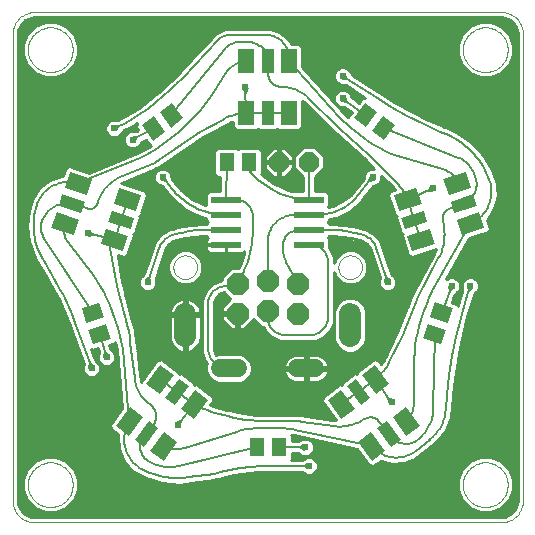
<source format=gtl>
G75*
G70*
%OFA0B0*%
%FSLAX24Y24*%
%IPPOS*%
%LPD*%
%AMOC8*
5,1,8,0,0,1.08239X$1,22.5*
%
%ADD10C,0.0000*%
%ADD11R,0.0512X0.0630*%
%ADD12C,0.0740*%
%ADD13OC8,0.0660*%
%ADD14R,0.1000X0.0240*%
%ADD15OC8,0.0740*%
%ADD16C,0.0600*%
%ADD17R,0.0551X0.0787*%
%ADD18R,0.0394X0.0787*%
%ADD19R,0.0787X0.0551*%
%ADD20R,0.0787X0.0394*%
%ADD21C,0.0100*%
%ADD22C,0.0060*%
%ADD23C,0.0240*%
D10*
X000150Y000857D02*
X000150Y016443D01*
X000152Y016493D01*
X000157Y016544D01*
X000166Y016593D01*
X000179Y016642D01*
X000195Y016690D01*
X000214Y016737D01*
X000236Y016782D01*
X000262Y016825D01*
X000291Y016867D01*
X000323Y016906D01*
X000357Y016943D01*
X000394Y016977D01*
X000433Y017009D01*
X000475Y017038D01*
X000518Y017064D01*
X000563Y017086D01*
X000610Y017105D01*
X000658Y017121D01*
X000707Y017134D01*
X000756Y017143D01*
X000807Y017148D01*
X000857Y017150D01*
X016443Y017150D01*
X016493Y017148D01*
X016544Y017143D01*
X016593Y017134D01*
X016642Y017121D01*
X016690Y017105D01*
X016737Y017086D01*
X016782Y017064D01*
X016825Y017038D01*
X016867Y017009D01*
X016906Y016977D01*
X016943Y016943D01*
X016977Y016906D01*
X017009Y016867D01*
X017038Y016825D01*
X017064Y016782D01*
X017086Y016737D01*
X017105Y016690D01*
X017121Y016642D01*
X017134Y016593D01*
X017143Y016544D01*
X017148Y016493D01*
X017150Y016443D01*
X017150Y000857D01*
X017148Y000807D01*
X017143Y000756D01*
X017134Y000707D01*
X017121Y000658D01*
X017105Y000610D01*
X017086Y000563D01*
X017064Y000518D01*
X017038Y000475D01*
X017009Y000433D01*
X016977Y000394D01*
X016943Y000357D01*
X016906Y000323D01*
X016867Y000291D01*
X016825Y000262D01*
X016782Y000236D01*
X016737Y000214D01*
X016690Y000195D01*
X016642Y000179D01*
X016593Y000166D01*
X016544Y000157D01*
X016493Y000152D01*
X016443Y000150D01*
X000857Y000150D01*
X000807Y000152D01*
X000756Y000157D01*
X000707Y000166D01*
X000658Y000179D01*
X000610Y000195D01*
X000563Y000214D01*
X000518Y000236D01*
X000475Y000262D01*
X000433Y000291D01*
X000394Y000323D01*
X000357Y000357D01*
X000323Y000394D01*
X000291Y000433D01*
X000262Y000475D01*
X000236Y000518D01*
X000214Y000563D01*
X000195Y000610D01*
X000179Y000658D01*
X000166Y000707D01*
X000157Y000756D01*
X000152Y000807D01*
X000150Y000857D01*
X000652Y001400D02*
X000654Y001455D01*
X000660Y001509D01*
X000670Y001563D01*
X000684Y001615D01*
X000701Y001667D01*
X000723Y001717D01*
X000748Y001766D01*
X000776Y001813D01*
X000808Y001857D01*
X000843Y001899D01*
X000881Y001938D01*
X000922Y001975D01*
X000965Y002008D01*
X001010Y002038D01*
X001058Y002065D01*
X001107Y002088D01*
X001158Y002108D01*
X001211Y002124D01*
X001264Y002136D01*
X001318Y002144D01*
X001373Y002148D01*
X001427Y002148D01*
X001482Y002144D01*
X001536Y002136D01*
X001589Y002124D01*
X001642Y002108D01*
X001693Y002088D01*
X001742Y002065D01*
X001790Y002038D01*
X001835Y002008D01*
X001878Y001975D01*
X001919Y001938D01*
X001957Y001899D01*
X001992Y001857D01*
X002024Y001813D01*
X002052Y001766D01*
X002077Y001717D01*
X002099Y001667D01*
X002116Y001615D01*
X002130Y001563D01*
X002140Y001509D01*
X002146Y001455D01*
X002148Y001400D01*
X002146Y001345D01*
X002140Y001291D01*
X002130Y001237D01*
X002116Y001185D01*
X002099Y001133D01*
X002077Y001083D01*
X002052Y001034D01*
X002024Y000987D01*
X001992Y000943D01*
X001957Y000901D01*
X001919Y000862D01*
X001878Y000825D01*
X001835Y000792D01*
X001790Y000762D01*
X001742Y000735D01*
X001693Y000712D01*
X001642Y000692D01*
X001589Y000676D01*
X001536Y000664D01*
X001482Y000656D01*
X001427Y000652D01*
X001373Y000652D01*
X001318Y000656D01*
X001264Y000664D01*
X001211Y000676D01*
X001158Y000692D01*
X001107Y000712D01*
X001058Y000735D01*
X001010Y000762D01*
X000965Y000792D01*
X000922Y000825D01*
X000881Y000862D01*
X000843Y000901D01*
X000808Y000943D01*
X000776Y000987D01*
X000748Y001034D01*
X000723Y001083D01*
X000701Y001133D01*
X000684Y001185D01*
X000670Y001237D01*
X000660Y001291D01*
X000654Y001345D01*
X000652Y001400D01*
X005506Y008650D02*
X005508Y008689D01*
X005514Y008728D01*
X005524Y008766D01*
X005537Y008803D01*
X005554Y008838D01*
X005574Y008872D01*
X005598Y008903D01*
X005625Y008932D01*
X005654Y008958D01*
X005686Y008981D01*
X005720Y009001D01*
X005756Y009017D01*
X005793Y009029D01*
X005832Y009038D01*
X005871Y009043D01*
X005910Y009044D01*
X005949Y009041D01*
X005988Y009034D01*
X006025Y009023D01*
X006062Y009009D01*
X006097Y008991D01*
X006130Y008970D01*
X006161Y008945D01*
X006189Y008918D01*
X006214Y008888D01*
X006236Y008855D01*
X006255Y008821D01*
X006270Y008785D01*
X006282Y008747D01*
X006290Y008709D01*
X006294Y008670D01*
X006294Y008630D01*
X006290Y008591D01*
X006282Y008553D01*
X006270Y008515D01*
X006255Y008479D01*
X006236Y008445D01*
X006214Y008412D01*
X006189Y008382D01*
X006161Y008355D01*
X006130Y008330D01*
X006097Y008309D01*
X006062Y008291D01*
X006025Y008277D01*
X005988Y008266D01*
X005949Y008259D01*
X005910Y008256D01*
X005871Y008257D01*
X005832Y008262D01*
X005793Y008271D01*
X005756Y008283D01*
X005720Y008299D01*
X005686Y008319D01*
X005654Y008342D01*
X005625Y008368D01*
X005598Y008397D01*
X005574Y008428D01*
X005554Y008462D01*
X005537Y008497D01*
X005524Y008534D01*
X005514Y008572D01*
X005508Y008611D01*
X005506Y008650D01*
X011006Y008650D02*
X011008Y008689D01*
X011014Y008728D01*
X011024Y008766D01*
X011037Y008803D01*
X011054Y008838D01*
X011074Y008872D01*
X011098Y008903D01*
X011125Y008932D01*
X011154Y008958D01*
X011186Y008981D01*
X011220Y009001D01*
X011256Y009017D01*
X011293Y009029D01*
X011332Y009038D01*
X011371Y009043D01*
X011410Y009044D01*
X011449Y009041D01*
X011488Y009034D01*
X011525Y009023D01*
X011562Y009009D01*
X011597Y008991D01*
X011630Y008970D01*
X011661Y008945D01*
X011689Y008918D01*
X011714Y008888D01*
X011736Y008855D01*
X011755Y008821D01*
X011770Y008785D01*
X011782Y008747D01*
X011790Y008709D01*
X011794Y008670D01*
X011794Y008630D01*
X011790Y008591D01*
X011782Y008553D01*
X011770Y008515D01*
X011755Y008479D01*
X011736Y008445D01*
X011714Y008412D01*
X011689Y008382D01*
X011661Y008355D01*
X011630Y008330D01*
X011597Y008309D01*
X011562Y008291D01*
X011525Y008277D01*
X011488Y008266D01*
X011449Y008259D01*
X011410Y008256D01*
X011371Y008257D01*
X011332Y008262D01*
X011293Y008271D01*
X011256Y008283D01*
X011220Y008299D01*
X011186Y008319D01*
X011154Y008342D01*
X011125Y008368D01*
X011098Y008397D01*
X011074Y008428D01*
X011054Y008462D01*
X011037Y008497D01*
X011024Y008534D01*
X011014Y008572D01*
X011008Y008611D01*
X011006Y008650D01*
X015152Y015900D02*
X015154Y015955D01*
X015160Y016009D01*
X015170Y016063D01*
X015184Y016115D01*
X015201Y016167D01*
X015223Y016217D01*
X015248Y016266D01*
X015276Y016313D01*
X015308Y016357D01*
X015343Y016399D01*
X015381Y016438D01*
X015422Y016475D01*
X015465Y016508D01*
X015510Y016538D01*
X015558Y016565D01*
X015607Y016588D01*
X015658Y016608D01*
X015711Y016624D01*
X015764Y016636D01*
X015818Y016644D01*
X015873Y016648D01*
X015927Y016648D01*
X015982Y016644D01*
X016036Y016636D01*
X016089Y016624D01*
X016142Y016608D01*
X016193Y016588D01*
X016242Y016565D01*
X016290Y016538D01*
X016335Y016508D01*
X016378Y016475D01*
X016419Y016438D01*
X016457Y016399D01*
X016492Y016357D01*
X016524Y016313D01*
X016552Y016266D01*
X016577Y016217D01*
X016599Y016167D01*
X016616Y016115D01*
X016630Y016063D01*
X016640Y016009D01*
X016646Y015955D01*
X016648Y015900D01*
X016646Y015845D01*
X016640Y015791D01*
X016630Y015737D01*
X016616Y015685D01*
X016599Y015633D01*
X016577Y015583D01*
X016552Y015534D01*
X016524Y015487D01*
X016492Y015443D01*
X016457Y015401D01*
X016419Y015362D01*
X016378Y015325D01*
X016335Y015292D01*
X016290Y015262D01*
X016242Y015235D01*
X016193Y015212D01*
X016142Y015192D01*
X016089Y015176D01*
X016036Y015164D01*
X015982Y015156D01*
X015927Y015152D01*
X015873Y015152D01*
X015818Y015156D01*
X015764Y015164D01*
X015711Y015176D01*
X015658Y015192D01*
X015607Y015212D01*
X015558Y015235D01*
X015510Y015262D01*
X015465Y015292D01*
X015422Y015325D01*
X015381Y015362D01*
X015343Y015401D01*
X015308Y015443D01*
X015276Y015487D01*
X015248Y015534D01*
X015223Y015583D01*
X015201Y015633D01*
X015184Y015685D01*
X015170Y015737D01*
X015160Y015791D01*
X015154Y015845D01*
X015152Y015900D01*
X000652Y015900D02*
X000654Y015955D01*
X000660Y016009D01*
X000670Y016063D01*
X000684Y016115D01*
X000701Y016167D01*
X000723Y016217D01*
X000748Y016266D01*
X000776Y016313D01*
X000808Y016357D01*
X000843Y016399D01*
X000881Y016438D01*
X000922Y016475D01*
X000965Y016508D01*
X001010Y016538D01*
X001058Y016565D01*
X001107Y016588D01*
X001158Y016608D01*
X001211Y016624D01*
X001264Y016636D01*
X001318Y016644D01*
X001373Y016648D01*
X001427Y016648D01*
X001482Y016644D01*
X001536Y016636D01*
X001589Y016624D01*
X001642Y016608D01*
X001693Y016588D01*
X001742Y016565D01*
X001790Y016538D01*
X001835Y016508D01*
X001878Y016475D01*
X001919Y016438D01*
X001957Y016399D01*
X001992Y016357D01*
X002024Y016313D01*
X002052Y016266D01*
X002077Y016217D01*
X002099Y016167D01*
X002116Y016115D01*
X002130Y016063D01*
X002140Y016009D01*
X002146Y015955D01*
X002148Y015900D01*
X002146Y015845D01*
X002140Y015791D01*
X002130Y015737D01*
X002116Y015685D01*
X002099Y015633D01*
X002077Y015583D01*
X002052Y015534D01*
X002024Y015487D01*
X001992Y015443D01*
X001957Y015401D01*
X001919Y015362D01*
X001878Y015325D01*
X001835Y015292D01*
X001790Y015262D01*
X001742Y015235D01*
X001693Y015212D01*
X001642Y015192D01*
X001589Y015176D01*
X001536Y015164D01*
X001482Y015156D01*
X001427Y015152D01*
X001373Y015152D01*
X001318Y015156D01*
X001264Y015164D01*
X001211Y015176D01*
X001158Y015192D01*
X001107Y015212D01*
X001058Y015235D01*
X001010Y015262D01*
X000965Y015292D01*
X000922Y015325D01*
X000881Y015362D01*
X000843Y015401D01*
X000808Y015443D01*
X000776Y015487D01*
X000748Y015534D01*
X000723Y015583D01*
X000701Y015633D01*
X000684Y015685D01*
X000670Y015737D01*
X000660Y015791D01*
X000654Y015845D01*
X000652Y015900D01*
X015152Y001400D02*
X015154Y001455D01*
X015160Y001509D01*
X015170Y001563D01*
X015184Y001615D01*
X015201Y001667D01*
X015223Y001717D01*
X015248Y001766D01*
X015276Y001813D01*
X015308Y001857D01*
X015343Y001899D01*
X015381Y001938D01*
X015422Y001975D01*
X015465Y002008D01*
X015510Y002038D01*
X015558Y002065D01*
X015607Y002088D01*
X015658Y002108D01*
X015711Y002124D01*
X015764Y002136D01*
X015818Y002144D01*
X015873Y002148D01*
X015927Y002148D01*
X015982Y002144D01*
X016036Y002136D01*
X016089Y002124D01*
X016142Y002108D01*
X016193Y002088D01*
X016242Y002065D01*
X016290Y002038D01*
X016335Y002008D01*
X016378Y001975D01*
X016419Y001938D01*
X016457Y001899D01*
X016492Y001857D01*
X016524Y001813D01*
X016552Y001766D01*
X016577Y001717D01*
X016599Y001667D01*
X016616Y001615D01*
X016630Y001563D01*
X016640Y001509D01*
X016646Y001455D01*
X016648Y001400D01*
X016646Y001345D01*
X016640Y001291D01*
X016630Y001237D01*
X016616Y001185D01*
X016599Y001133D01*
X016577Y001083D01*
X016552Y001034D01*
X016524Y000987D01*
X016492Y000943D01*
X016457Y000901D01*
X016419Y000862D01*
X016378Y000825D01*
X016335Y000792D01*
X016290Y000762D01*
X016242Y000735D01*
X016193Y000712D01*
X016142Y000692D01*
X016089Y000676D01*
X016036Y000664D01*
X015982Y000656D01*
X015927Y000652D01*
X015873Y000652D01*
X015818Y000656D01*
X015764Y000664D01*
X015711Y000676D01*
X015658Y000692D01*
X015607Y000712D01*
X015558Y000735D01*
X015510Y000762D01*
X015465Y000792D01*
X015422Y000825D01*
X015381Y000862D01*
X015343Y000901D01*
X015308Y000943D01*
X015276Y000987D01*
X015248Y001034D01*
X015223Y001083D01*
X015201Y001133D01*
X015184Y001185D01*
X015170Y001237D01*
X015160Y001291D01*
X015154Y001345D01*
X015152Y001400D01*
D11*
G36*
X014591Y006571D02*
X014433Y006085D01*
X013835Y006279D01*
X013993Y006765D01*
X014591Y006571D01*
G37*
G36*
X014822Y007282D02*
X014664Y006796D01*
X014066Y006990D01*
X014224Y007476D01*
X014822Y007282D01*
G37*
X009037Y002650D03*
X008288Y002650D03*
G36*
X003272Y006758D02*
X003430Y006272D01*
X002832Y006078D01*
X002674Y006564D01*
X003272Y006758D01*
G37*
G36*
X003040Y007469D02*
X003198Y006983D01*
X002600Y006789D01*
X002442Y007275D01*
X003040Y007469D01*
G37*
X007276Y012150D03*
X008024Y012150D03*
G36*
X005832Y013609D02*
X005419Y013308D01*
X005048Y013817D01*
X005461Y014118D01*
X005832Y013609D01*
G37*
G36*
X005227Y013169D02*
X004814Y012868D01*
X004443Y013377D01*
X004856Y013678D01*
X005227Y013169D01*
G37*
G36*
X011928Y013319D02*
X011515Y013620D01*
X011886Y014129D01*
X012299Y013828D01*
X011928Y013319D01*
G37*
G36*
X012533Y012879D02*
X012120Y013180D01*
X012491Y013689D01*
X012904Y013388D01*
X012533Y012879D01*
G37*
D12*
X011400Y007088D02*
X011400Y006348D01*
X005900Y006348D02*
X005900Y007088D01*
D13*
X009025Y012150D03*
X010025Y012150D03*
D14*
X010035Y010900D03*
X010035Y010400D03*
X010035Y009900D03*
X010035Y009400D03*
X007255Y009400D03*
X007255Y009900D03*
X007255Y010400D03*
X007255Y010900D03*
D15*
X008650Y008200D03*
X009650Y008100D03*
X009650Y007100D03*
X008650Y007200D03*
X007650Y007100D03*
X007650Y008100D03*
D16*
X007670Y005275D02*
X007070Y005275D01*
X009630Y005275D02*
X010230Y005275D01*
D17*
X009359Y013784D03*
X007941Y013784D03*
X007941Y015516D03*
X009359Y015516D03*
D18*
X008650Y015516D03*
X008650Y013784D03*
D19*
G36*
X013775Y010766D02*
X013029Y010524D01*
X012859Y011046D01*
X013605Y011288D01*
X013775Y010766D01*
G37*
G36*
X014213Y009418D02*
X013467Y009176D01*
X013297Y009698D01*
X014043Y009940D01*
X014213Y009418D01*
G37*
G36*
X015861Y009954D02*
X015115Y009712D01*
X014945Y010234D01*
X015691Y010476D01*
X015861Y009954D01*
G37*
G36*
X015423Y011302D02*
X014677Y011060D01*
X014507Y011582D01*
X015253Y011824D01*
X015423Y011302D01*
G37*
G36*
X012252Y004438D02*
X011791Y005073D01*
X012236Y005396D01*
X012697Y004761D01*
X012252Y004438D01*
G37*
G36*
X011106Y003605D02*
X010645Y004240D01*
X011090Y004563D01*
X011551Y003928D01*
X011106Y003605D01*
G37*
G36*
X012124Y002204D02*
X011663Y002839D01*
X012108Y003162D01*
X012569Y002527D01*
X012124Y002204D01*
G37*
G36*
X013270Y003037D02*
X012809Y003672D01*
X013254Y003995D01*
X013715Y003360D01*
X013270Y003037D01*
G37*
G36*
X005749Y003928D02*
X006210Y004563D01*
X006655Y004240D01*
X006194Y003605D01*
X005749Y003928D01*
G37*
G36*
X004603Y004761D02*
X005064Y005396D01*
X005509Y005073D01*
X005048Y004438D01*
X004603Y004761D01*
G37*
G36*
X003585Y003360D02*
X004046Y003995D01*
X004491Y003672D01*
X004030Y003037D01*
X003585Y003360D01*
G37*
G36*
X004731Y002527D02*
X005192Y003162D01*
X005637Y002839D01*
X005176Y002204D01*
X004731Y002527D01*
G37*
G36*
X003257Y009940D02*
X004003Y009698D01*
X003833Y009176D01*
X003087Y009418D01*
X003257Y009940D01*
G37*
G36*
X003695Y011288D02*
X004441Y011046D01*
X004271Y010524D01*
X003525Y010766D01*
X003695Y011288D01*
G37*
G36*
X002047Y011824D02*
X002793Y011582D01*
X002623Y011060D01*
X001877Y011302D01*
X002047Y011824D01*
G37*
G36*
X001609Y010476D02*
X002355Y010234D01*
X002185Y009712D01*
X001439Y009954D01*
X001609Y010476D01*
G37*
D20*
G36*
X001804Y011076D02*
X002550Y010833D01*
X002428Y010460D01*
X001682Y010703D01*
X001804Y011076D01*
G37*
G36*
X003452Y010540D02*
X004198Y010297D01*
X004076Y009924D01*
X003330Y010167D01*
X003452Y010540D01*
G37*
G36*
X005239Y004299D02*
X005700Y004934D01*
X006019Y004703D01*
X005558Y004068D01*
X005239Y004299D01*
G37*
G36*
X004221Y002897D02*
X004682Y003532D01*
X005001Y003301D01*
X004540Y002666D01*
X004221Y002897D01*
G37*
G36*
X011742Y004068D02*
X011281Y004703D01*
X011600Y004934D01*
X012061Y004299D01*
X011742Y004068D01*
G37*
G36*
X012760Y002666D02*
X012299Y003301D01*
X012618Y003532D01*
X013079Y002897D01*
X012760Y002666D01*
G37*
G36*
X013970Y010167D02*
X013224Y009924D01*
X013102Y010297D01*
X013848Y010540D01*
X013970Y010167D01*
G37*
G36*
X015618Y010703D02*
X014872Y010460D01*
X014750Y010833D01*
X015496Y011076D01*
X015618Y010703D01*
G37*
D21*
X016776Y000446D02*
X000524Y000446D01*
X000559Y000411D02*
X000411Y000559D01*
X000330Y000752D01*
X000320Y000857D01*
X000320Y016443D01*
X000330Y016548D01*
X000411Y016741D01*
X000559Y016889D01*
X000752Y016970D01*
X000857Y016980D01*
X016443Y016980D01*
X016548Y016970D01*
X016741Y016889D01*
X016889Y016741D01*
X016970Y016548D01*
X016980Y016443D01*
X016980Y000857D01*
X016970Y000752D01*
X016889Y000559D01*
X016741Y000411D01*
X016548Y000330D01*
X016443Y000320D01*
X000857Y000320D01*
X000752Y000330D01*
X000559Y000411D01*
X000712Y000347D02*
X016588Y000347D01*
X016420Y000622D02*
X016678Y000880D01*
X016817Y001217D01*
X016817Y001583D01*
X016678Y001920D01*
X016420Y002178D01*
X016083Y002317D01*
X016084Y002317D02*
X016980Y002317D01*
X016980Y002219D02*
X016321Y002219D01*
X016478Y002120D02*
X016980Y002120D01*
X016980Y002022D02*
X016576Y002022D01*
X016675Y001923D02*
X016980Y001923D01*
X016980Y001825D02*
X016717Y001825D01*
X016758Y001726D02*
X016980Y001726D01*
X016980Y001628D02*
X016799Y001628D01*
X016817Y001529D02*
X016980Y001529D01*
X016980Y001431D02*
X016817Y001431D01*
X016817Y001332D02*
X016980Y001332D01*
X016980Y001234D02*
X016817Y001234D01*
X016783Y001135D02*
X016980Y001135D01*
X016980Y001037D02*
X016743Y001037D01*
X016702Y000938D02*
X016980Y000938D01*
X016978Y000840D02*
X016637Y000840D01*
X016539Y000741D02*
X016965Y000741D01*
X016924Y000643D02*
X016440Y000643D01*
X016420Y000622D02*
X016083Y000483D01*
X015717Y000483D01*
X015380Y000622D01*
X015122Y000880D01*
X014983Y001217D01*
X014983Y001583D01*
X015122Y001920D01*
X015380Y002178D01*
X015717Y002317D01*
X015716Y002317D02*
X013629Y002317D01*
X013638Y002324D02*
X013638Y002324D01*
X014231Y002789D01*
X014340Y002875D01*
X014340Y002875D01*
X014340Y002875D01*
X014603Y003233D01*
X014760Y003648D01*
X014772Y003786D01*
X014782Y003895D01*
X014787Y003951D01*
X014826Y004376D01*
X014884Y004910D01*
X015056Y005969D01*
X015303Y007013D01*
X015454Y007528D01*
X015479Y007607D01*
X015521Y007742D01*
X015559Y007777D01*
X015564Y007779D01*
X015601Y007816D01*
X015657Y007868D01*
X015657Y007868D01*
X015657Y007868D01*
X015657Y007868D01*
X015657Y007868D01*
X015658Y007891D01*
X015690Y007967D01*
X015690Y008083D01*
X015646Y008189D01*
X015564Y008271D01*
X015458Y008315D01*
X015342Y008315D01*
X015236Y008271D01*
X015154Y008189D01*
X015110Y008083D01*
X015110Y008060D01*
X015099Y008042D01*
X015099Y008042D01*
X015099Y008042D01*
X015110Y007993D01*
X015110Y007967D01*
X015123Y007937D01*
X015135Y007883D01*
X015139Y007862D01*
X015097Y007726D01*
X015072Y007647D01*
X014979Y007349D01*
X014942Y007422D01*
X014783Y007474D01*
X014871Y007709D01*
X014881Y007736D01*
X014926Y007773D01*
X014926Y007774D01*
X014939Y007779D01*
X014970Y007810D01*
X015024Y007854D01*
X015024Y007854D01*
X015025Y007871D01*
X015065Y007967D01*
X015065Y008083D01*
X015021Y008189D01*
X014939Y008271D01*
X014833Y008315D01*
X014717Y008315D01*
X014611Y008271D01*
X014597Y008257D01*
X015360Y009611D01*
X015982Y009813D01*
X016046Y009939D01*
X015951Y010231D01*
X015985Y010261D01*
X016205Y010610D01*
X016205Y010610D01*
X016312Y011009D01*
X016296Y011421D01*
X016296Y011421D01*
X016243Y011571D01*
X016227Y011616D01*
X016220Y011636D01*
X016199Y011694D01*
X016128Y011896D01*
X015819Y012402D01*
X015819Y012402D01*
X015413Y012834D01*
X014925Y013172D01*
X014728Y013255D01*
X014601Y013309D01*
X014576Y013319D01*
X014576Y013319D01*
X014561Y013326D01*
X014539Y013335D01*
X014485Y013358D01*
X013933Y013604D01*
X012866Y014168D01*
X012353Y014485D01*
X012283Y014530D01*
X011455Y015066D01*
X011413Y015147D01*
X011396Y015189D01*
X011387Y015198D01*
X011370Y015231D01*
X011347Y015239D01*
X011314Y015271D01*
X011208Y015315D01*
X011092Y015315D01*
X010986Y015271D01*
X010904Y015189D01*
X010860Y015083D01*
X010860Y014967D01*
X010904Y014861D01*
X010986Y014779D01*
X011035Y014759D01*
X011053Y014740D01*
X011053Y014740D01*
X011053Y014740D01*
X011085Y014738D01*
X011092Y014735D01*
X011143Y014735D01*
X011214Y014731D01*
X011218Y014727D01*
X011242Y014727D01*
X011262Y014714D01*
X011897Y014303D01*
X011789Y014286D01*
X011680Y014136D01*
X011480Y014282D01*
X011457Y014299D01*
X011432Y014354D01*
X011432Y014394D01*
X011402Y014425D01*
X011396Y014439D01*
X011393Y014442D01*
X011381Y014468D01*
X011381Y014468D01*
X011381Y014468D01*
X011357Y014478D01*
X011314Y014521D01*
X011208Y014565D01*
X011092Y014565D01*
X010986Y014521D01*
X010904Y014439D01*
X010860Y014333D01*
X010860Y014217D01*
X010904Y014111D01*
X010986Y014029D01*
X011022Y014014D01*
X011037Y013995D01*
X011078Y013991D01*
X011092Y013985D01*
X011135Y013985D01*
X011139Y013985D01*
X011202Y013978D01*
X011204Y013978D01*
X011213Y013969D01*
X011230Y013969D01*
X011445Y013813D01*
X011336Y013663D01*
X011339Y013642D01*
X011188Y013794D01*
X011171Y013813D01*
X011132Y013855D01*
X009804Y015322D01*
X009804Y015980D01*
X009705Y016080D01*
X009450Y016080D01*
X009298Y016302D01*
X009298Y016302D01*
X009298Y016302D01*
X009040Y016497D01*
X009040Y016497D01*
X008733Y016600D01*
X008654Y016600D01*
X007235Y016600D01*
X006946Y016474D01*
X006946Y016474D01*
X006838Y016359D01*
X006782Y016298D01*
X006018Y015480D01*
X005692Y015131D01*
X005665Y015102D01*
X005665Y015102D01*
X005461Y014892D01*
X005029Y014497D01*
X004802Y014313D01*
X004737Y014262D01*
X004537Y014107D01*
X004521Y014095D01*
X004342Y013962D01*
X003965Y013725D01*
X003768Y013620D01*
X003645Y013558D01*
X003644Y013558D01*
X003591Y013562D01*
X003583Y013565D01*
X003534Y013565D01*
X003472Y013569D01*
X003460Y013569D01*
X003460Y013569D01*
X003444Y013555D01*
X003361Y013521D01*
X003279Y013439D01*
X003235Y013333D01*
X003235Y013217D01*
X003279Y013111D01*
X003361Y013029D01*
X003467Y012985D01*
X003583Y012985D01*
X003689Y013029D01*
X003702Y013042D01*
X003721Y013046D01*
X003751Y013091D01*
X003771Y013111D01*
X003782Y013138D01*
X003823Y013201D01*
X003850Y013214D01*
X003914Y013246D01*
X003947Y013262D01*
X004164Y013371D01*
X004282Y013445D01*
X004264Y013334D01*
X004339Y013231D01*
X004285Y013201D01*
X004260Y013187D01*
X004211Y013189D01*
X004208Y013190D01*
X004154Y013190D01*
X004091Y013192D01*
X004075Y013192D01*
X004075Y013192D01*
X004057Y013175D01*
X003986Y013146D01*
X003904Y013064D01*
X003860Y012958D01*
X003860Y012842D01*
X003904Y012736D01*
X003986Y012654D01*
X004092Y012610D01*
X004208Y012610D01*
X004314Y012654D01*
X004333Y012673D01*
X004354Y012678D01*
X004354Y012678D01*
X004354Y012678D01*
X004379Y012719D01*
X004396Y012736D01*
X004409Y012768D01*
X004441Y012819D01*
X004441Y012819D01*
X004451Y012836D01*
X004577Y012904D01*
X004717Y012711D01*
X004745Y012706D01*
X004549Y012589D01*
X004301Y012472D01*
X002676Y011799D01*
X002032Y012009D01*
X001906Y011945D01*
X001824Y011691D01*
X001782Y011691D01*
X001388Y011558D01*
X001055Y011311D01*
X000815Y010972D01*
X000757Y010789D01*
X000753Y010774D01*
X000677Y010532D01*
X000677Y010532D01*
X000628Y010028D01*
X000685Y009524D01*
X000685Y009524D01*
X000843Y009043D01*
X000843Y009043D01*
X000928Y008895D01*
X001242Y008353D01*
X001528Y007859D01*
X001679Y007585D01*
X001940Y007017D01*
X002051Y006724D01*
X002062Y006694D01*
X002509Y005429D01*
X002495Y005358D01*
X002485Y005333D01*
X002485Y005302D01*
X002476Y005252D01*
X002475Y005247D01*
X002476Y005245D01*
X002485Y005232D01*
X002485Y005217D01*
X002529Y005111D01*
X002611Y005029D01*
X002717Y004985D01*
X002833Y004985D01*
X002939Y005029D01*
X003021Y005111D01*
X003065Y005217D01*
X003065Y005333D01*
X003028Y005422D01*
X003027Y005441D01*
X002972Y005488D01*
X002939Y005521D01*
X002929Y005525D01*
X002886Y005562D01*
X002758Y005923D01*
X002817Y005894D01*
X002980Y005947D01*
X003018Y005818D01*
X003013Y005800D01*
X003009Y005784D01*
X002999Y005741D01*
X002985Y005708D01*
X002985Y005685D01*
X002974Y005639D01*
X002985Y005620D01*
X002985Y005592D01*
X003029Y005486D01*
X003111Y005404D01*
X003217Y005360D01*
X003333Y005360D01*
X003439Y005404D01*
X003521Y005486D01*
X003565Y005592D01*
X003565Y005708D01*
X003536Y005778D01*
X003535Y005802D01*
X003478Y005857D01*
X003439Y005896D01*
X003436Y005897D01*
X003420Y005912D01*
X003402Y005930D01*
X003394Y005958D01*
X003394Y005958D01*
X003361Y006070D01*
X003550Y006132D01*
X003568Y006167D01*
X003589Y006063D01*
X003610Y005895D01*
X003796Y003942D01*
X003404Y003402D01*
X003426Y003263D01*
X003664Y003091D01*
X003647Y003024D01*
X003647Y003024D01*
X003680Y002594D01*
X003680Y002594D01*
X003849Y002196D01*
X004136Y001874D01*
X004136Y001874D01*
X004136Y001874D01*
X004311Y001774D01*
X004324Y001767D01*
X004577Y001622D01*
X004577Y001622D01*
X005136Y001450D01*
X005718Y001404D01*
X005718Y001404D01*
X005925Y001434D01*
X005925Y001434D01*
X006085Y001457D01*
X006089Y001457D01*
X006850Y001566D01*
X006861Y001560D01*
X006931Y001577D01*
X007003Y001588D01*
X007010Y001597D01*
X007042Y001605D01*
X007123Y001625D01*
X007524Y001712D01*
X008340Y001812D01*
X008751Y001825D01*
X009791Y001825D01*
X009847Y001793D01*
X009861Y001779D01*
X009896Y001764D01*
X009952Y001732D01*
X009965Y001736D01*
X009967Y001735D01*
X010083Y001735D01*
X010189Y001779D01*
X010271Y001861D01*
X010315Y001967D01*
X010315Y002083D01*
X010271Y002189D01*
X010189Y002271D01*
X010083Y002315D01*
X009967Y002315D01*
X009965Y002314D01*
X009952Y002318D01*
X009952Y002318D01*
X009952Y002318D01*
X009896Y002286D01*
X009861Y002271D01*
X009847Y002257D01*
X009791Y002225D01*
X009423Y002225D01*
X009462Y002265D01*
X009462Y002450D01*
X009637Y002450D01*
X009637Y002450D01*
X009666Y002450D01*
X009722Y002418D01*
X009736Y002404D01*
X009743Y002401D01*
X009772Y002372D01*
X009801Y002372D01*
X009804Y002371D01*
X009817Y002363D01*
X009827Y002357D01*
X009840Y002361D01*
X009842Y002360D01*
X009958Y002360D01*
X010064Y002404D01*
X010146Y002486D01*
X010190Y002592D01*
X010190Y002708D01*
X010146Y002814D01*
X010064Y002896D01*
X009958Y002940D01*
X009842Y002940D01*
X009840Y002939D01*
X009827Y002943D01*
X009827Y002943D01*
X009827Y002943D01*
X009827Y002943D01*
X009827Y002943D01*
X009807Y002931D01*
X009771Y002911D01*
X009736Y002896D01*
X009722Y002882D01*
X009666Y002850D01*
X009462Y002850D01*
X009462Y003035D01*
X009441Y003056D01*
X009531Y003042D01*
X011638Y002582D01*
X012028Y002045D01*
X012167Y002023D01*
X012411Y002201D01*
X012418Y002196D01*
X012795Y002098D01*
X012795Y002098D01*
X013185Y002118D01*
X013550Y002255D01*
X013638Y002324D01*
X013550Y002255D02*
X013550Y002255D01*
X013454Y002219D02*
X015479Y002219D01*
X015322Y002120D02*
X013191Y002120D01*
X013185Y002118D02*
X013185Y002118D01*
X012710Y002120D02*
X012300Y002120D01*
X012418Y002196D02*
X012418Y002196D01*
X011974Y002120D02*
X010300Y002120D01*
X010315Y002022D02*
X015224Y002022D01*
X015125Y001923D02*
X010297Y001923D01*
X010235Y001825D02*
X015083Y001825D01*
X015042Y001726D02*
X007636Y001726D01*
X007133Y001628D02*
X015001Y001628D01*
X014983Y001529D02*
X006592Y001529D01*
X005903Y001431D02*
X014983Y001431D01*
X014983Y001332D02*
X002317Y001332D01*
X002317Y001234D02*
X014983Y001234D01*
X015017Y001135D02*
X002283Y001135D01*
X002317Y001217D02*
X002178Y000880D01*
X001920Y000622D01*
X001583Y000483D01*
X001217Y000483D01*
X000880Y000622D01*
X000622Y000880D01*
X000483Y001217D01*
X000483Y001583D01*
X000622Y001920D01*
X000880Y002178D01*
X001217Y002317D01*
X001216Y002317D02*
X000320Y002317D01*
X000320Y002219D02*
X000979Y002219D01*
X000822Y002120D02*
X000320Y002120D01*
X000320Y002022D02*
X000724Y002022D01*
X000625Y001923D02*
X000320Y001923D01*
X000320Y001825D02*
X000583Y001825D01*
X000542Y001726D02*
X000320Y001726D01*
X000320Y001628D02*
X000501Y001628D01*
X000483Y001529D02*
X000320Y001529D01*
X000320Y001431D02*
X000483Y001431D01*
X000483Y001332D02*
X000320Y001332D01*
X000320Y001234D02*
X000483Y001234D01*
X000517Y001135D02*
X000320Y001135D01*
X000320Y001037D02*
X000557Y001037D01*
X000598Y000938D02*
X000320Y000938D01*
X000322Y000840D02*
X000663Y000840D01*
X000761Y000741D02*
X000335Y000741D01*
X000376Y000643D02*
X000860Y000643D01*
X001069Y000544D02*
X000425Y000544D01*
X001731Y000544D02*
X015569Y000544D01*
X015360Y000643D02*
X001940Y000643D01*
X002039Y000741D02*
X015261Y000741D01*
X015163Y000840D02*
X002137Y000840D01*
X002202Y000938D02*
X015098Y000938D01*
X015057Y001037D02*
X002243Y001037D01*
X002317Y001217D02*
X002317Y001583D01*
X002178Y001920D01*
X001920Y002178D01*
X001583Y002317D01*
X001584Y002317D02*
X003798Y002317D01*
X003756Y002416D02*
X000320Y002416D01*
X000320Y002514D02*
X003714Y002514D01*
X003679Y002613D02*
X000320Y002613D01*
X000320Y002711D02*
X003671Y002711D01*
X003664Y002810D02*
X000320Y002810D01*
X000320Y002908D02*
X003656Y002908D01*
X003648Y003007D02*
X000320Y003007D01*
X000320Y003105D02*
X003644Y003105D01*
X003508Y003204D02*
X000320Y003204D01*
X000320Y003302D02*
X003420Y003302D01*
X003405Y003401D02*
X000320Y003401D01*
X000320Y003499D02*
X003475Y003499D01*
X003546Y003598D02*
X000320Y003598D01*
X000320Y003696D02*
X003618Y003696D01*
X003689Y003795D02*
X000320Y003795D01*
X000320Y003893D02*
X003761Y003893D01*
X003791Y003992D02*
X000320Y003992D01*
X000320Y004090D02*
X003782Y004090D01*
X003773Y004189D02*
X000320Y004189D01*
X000320Y004287D02*
X003763Y004287D01*
X003754Y004386D02*
X000320Y004386D01*
X000320Y004484D02*
X003745Y004484D01*
X003735Y004583D02*
X000320Y004583D01*
X000320Y004681D02*
X003726Y004681D01*
X003716Y004780D02*
X000320Y004780D01*
X000320Y004878D02*
X003707Y004878D01*
X003698Y004977D02*
X000320Y004977D01*
X000320Y005075D02*
X002565Y005075D01*
X002503Y005174D02*
X000320Y005174D01*
X000320Y005272D02*
X002479Y005272D01*
X002498Y005371D02*
X000320Y005371D01*
X000320Y005469D02*
X002494Y005469D01*
X002460Y005568D02*
X000320Y005568D01*
X000320Y005666D02*
X002425Y005666D01*
X002390Y005765D02*
X000320Y005765D01*
X000320Y005863D02*
X002355Y005863D01*
X002321Y005962D02*
X000320Y005962D01*
X000320Y006060D02*
X002286Y006060D01*
X002251Y006159D02*
X000320Y006159D01*
X000320Y006257D02*
X002216Y006257D01*
X002182Y006356D02*
X000320Y006356D01*
X000320Y006454D02*
X002147Y006454D01*
X002112Y006553D02*
X000320Y006553D01*
X000320Y006651D02*
X002077Y006651D01*
X002042Y006750D02*
X000320Y006750D01*
X000320Y006848D02*
X002004Y006848D01*
X001967Y006947D02*
X000320Y006947D01*
X000320Y007045D02*
X001927Y007045D01*
X001882Y007144D02*
X000320Y007144D01*
X000320Y007242D02*
X001837Y007242D01*
X001791Y007341D02*
X000320Y007341D01*
X000320Y007439D02*
X001746Y007439D01*
X001700Y007538D02*
X000320Y007538D01*
X000320Y007636D02*
X001650Y007636D01*
X001596Y007735D02*
X000320Y007735D01*
X000320Y007833D02*
X001542Y007833D01*
X001486Y007932D02*
X000320Y007932D01*
X000320Y008030D02*
X001429Y008030D01*
X001372Y008129D02*
X000320Y008129D01*
X000320Y008227D02*
X001315Y008227D01*
X001258Y008326D02*
X000320Y008326D01*
X000320Y008424D02*
X001201Y008424D01*
X001242Y008353D02*
X001242Y008353D01*
X001144Y008523D02*
X000320Y008523D01*
X000320Y008621D02*
X001087Y008621D01*
X001030Y008720D02*
X000320Y008720D01*
X000320Y008818D02*
X000973Y008818D01*
X000928Y008895D02*
X000928Y008895D01*
X000916Y008917D02*
X000320Y008917D01*
X000320Y009015D02*
X000859Y009015D01*
X000820Y009114D02*
X000320Y009114D01*
X000320Y009212D02*
X000787Y009212D01*
X000755Y009311D02*
X000320Y009311D01*
X000320Y009409D02*
X000722Y009409D01*
X000690Y009508D02*
X000320Y009508D01*
X000320Y009606D02*
X000675Y009606D01*
X000664Y009705D02*
X000320Y009705D01*
X000320Y009803D02*
X000653Y009803D01*
X000643Y009902D02*
X000320Y009902D01*
X000320Y010000D02*
X000632Y010000D01*
X000628Y010028D02*
X000628Y010028D01*
X000635Y010099D02*
X000320Y010099D01*
X000320Y010197D02*
X000645Y010197D01*
X000654Y010296D02*
X000320Y010296D01*
X000320Y010394D02*
X000664Y010394D01*
X000673Y010493D02*
X000320Y010493D01*
X000320Y010591D02*
X000695Y010591D01*
X000726Y010690D02*
X000320Y010690D01*
X000320Y010788D02*
X000757Y010788D01*
X000788Y010887D02*
X000320Y010887D01*
X000320Y010985D02*
X000824Y010985D01*
X000894Y011084D02*
X000320Y011084D01*
X000320Y011182D02*
X000964Y011182D01*
X001034Y011281D02*
X000320Y011281D01*
X000320Y011379D02*
X001147Y011379D01*
X001055Y011311D02*
X001055Y011311D01*
X001280Y011478D02*
X000320Y011478D01*
X000320Y011576D02*
X001441Y011576D01*
X001734Y011675D02*
X000320Y011675D01*
X000320Y011773D02*
X001850Y011773D01*
X001882Y011872D02*
X000320Y011872D01*
X000320Y011970D02*
X001955Y011970D01*
X002151Y011970D02*
X003089Y011970D01*
X002851Y011872D02*
X002454Y011872D01*
X001782Y011691D02*
X001782Y011691D01*
X000320Y012069D02*
X003327Y012069D01*
X003564Y012167D02*
X000320Y012167D01*
X000320Y012266D02*
X003802Y012266D01*
X004040Y012364D02*
X000320Y012364D01*
X000320Y012463D02*
X004278Y012463D01*
X004320Y012660D02*
X004667Y012660D01*
X004683Y012758D02*
X004405Y012758D01*
X004489Y012857D02*
X004611Y012857D01*
X004489Y012561D02*
X000320Y012561D01*
X000320Y012660D02*
X003980Y012660D01*
X003895Y012758D02*
X000320Y012758D01*
X000320Y012857D02*
X003860Y012857D01*
X003860Y012955D02*
X000320Y012955D01*
X000320Y013054D02*
X003336Y013054D01*
X003262Y013152D02*
X000320Y013152D01*
X000320Y013251D02*
X003235Y013251D01*
X003242Y013349D02*
X000320Y013349D01*
X000320Y013448D02*
X003287Y013448D01*
X003422Y013546D02*
X000320Y013546D01*
X000320Y013645D02*
X003814Y013645D01*
X003994Y013743D02*
X000320Y013743D01*
X000320Y013842D02*
X004150Y013842D01*
X004307Y013940D02*
X000320Y013940D01*
X000320Y014039D02*
X004445Y014039D01*
X004575Y014137D02*
X000320Y014137D01*
X000320Y014236D02*
X004702Y014236D01*
X004737Y014262D02*
X004737Y014262D01*
X004828Y014334D02*
X000320Y014334D01*
X000320Y014433D02*
X004949Y014433D01*
X005066Y014531D02*
X000320Y014531D01*
X000320Y014630D02*
X005174Y014630D01*
X005282Y014728D02*
X000320Y014728D01*
X000320Y014827D02*
X005389Y014827D01*
X005493Y014925D02*
X000320Y014925D01*
X000320Y015024D02*
X001118Y015024D01*
X001217Y014983D02*
X000880Y015122D01*
X000622Y015380D01*
X000483Y015717D01*
X000483Y016083D01*
X000622Y016420D01*
X000880Y016678D01*
X001217Y016817D01*
X001583Y016817D01*
X001920Y016678D01*
X002178Y016420D01*
X002317Y016083D01*
X002317Y015717D01*
X002178Y015380D01*
X001920Y015122D01*
X001583Y014983D01*
X001217Y014983D01*
X000881Y015122D02*
X000320Y015122D01*
X000320Y015221D02*
X000782Y015221D01*
X000683Y015319D02*
X000320Y015319D01*
X000320Y015418D02*
X000607Y015418D01*
X000566Y015516D02*
X000320Y015516D01*
X000320Y015615D02*
X000525Y015615D01*
X000484Y015713D02*
X000320Y015713D01*
X000320Y015812D02*
X000483Y015812D01*
X000483Y015910D02*
X000320Y015910D01*
X000320Y016009D02*
X000483Y016009D01*
X000493Y016107D02*
X000320Y016107D01*
X000320Y016206D02*
X000533Y016206D01*
X000574Y016304D02*
X000320Y016304D01*
X000320Y016403D02*
X000615Y016403D01*
X000704Y016501D02*
X000326Y016501D01*
X000352Y016600D02*
X000802Y016600D01*
X000929Y016698D02*
X000393Y016698D01*
X000466Y016797D02*
X001167Y016797D01*
X001633Y016797D02*
X015667Y016797D01*
X015717Y016817D02*
X015380Y016678D01*
X015122Y016420D01*
X014983Y016083D01*
X014983Y015717D01*
X015122Y015380D01*
X015380Y015122D01*
X015717Y014983D01*
X016083Y014983D01*
X016420Y015122D01*
X016678Y015380D01*
X016817Y015717D01*
X016817Y016083D01*
X016678Y016420D01*
X016420Y016678D01*
X016083Y016817D01*
X015717Y016817D01*
X015429Y016698D02*
X001871Y016698D01*
X001998Y016600D02*
X007234Y016600D01*
X007007Y016501D02*
X002096Y016501D01*
X002185Y016403D02*
X006879Y016403D01*
X006787Y016304D02*
X002226Y016304D01*
X002267Y016206D02*
X006695Y016206D01*
X006782Y016298D02*
X006782Y016298D01*
X006603Y016107D02*
X002307Y016107D01*
X002317Y016009D02*
X006511Y016009D01*
X006419Y015910D02*
X002317Y015910D01*
X002317Y015812D02*
X006327Y015812D01*
X006235Y015713D02*
X002316Y015713D01*
X002275Y015615D02*
X006143Y015615D01*
X006051Y015516D02*
X002234Y015516D01*
X002193Y015418D02*
X005959Y015418D01*
X006018Y015480D02*
X006018Y015480D01*
X005868Y015319D02*
X002117Y015319D01*
X002018Y015221D02*
X005776Y015221D01*
X005684Y015122D02*
X001919Y015122D01*
X001682Y015024D02*
X005589Y015024D01*
X004266Y013349D02*
X004120Y013349D01*
X003923Y013251D02*
X004325Y013251D01*
X004285Y013201D02*
X004285Y013201D01*
X004001Y013152D02*
X003791Y013152D01*
X003850Y013214D02*
X003850Y013214D01*
X003900Y013054D02*
X003726Y013054D01*
X004528Y011773D02*
X004887Y011773D01*
X004904Y011814D02*
X004860Y011708D01*
X004860Y011592D01*
X004904Y011486D01*
X004958Y011432D01*
X004967Y011410D01*
X004967Y011410D01*
X004967Y011410D01*
X004967Y011410D01*
X004967Y011410D01*
X004967Y011410D01*
X005039Y011382D01*
X005042Y011381D01*
X005092Y011360D01*
X005095Y011360D01*
X005140Y011343D01*
X005158Y011320D01*
X005252Y011203D01*
X005252Y011203D01*
X005284Y011163D01*
X005355Y011073D01*
X005355Y011073D01*
X005479Y010918D01*
X005919Y010568D01*
X006426Y010325D01*
X006585Y010289D01*
X006585Y010210D01*
X006645Y010150D01*
X006595Y010100D01*
X006460Y010100D01*
X005801Y010019D01*
X005801Y010019D01*
X005558Y009958D01*
X005478Y009938D01*
X005477Y009938D01*
X005398Y009918D01*
X005329Y009901D01*
X005073Y009733D01*
X004886Y009490D01*
X004850Y009384D01*
X004534Y008435D01*
X004520Y008422D01*
X004520Y008422D01*
X004520Y008422D01*
X004494Y008399D01*
X004486Y008396D01*
X004451Y008361D01*
X004438Y008349D01*
X004396Y008312D01*
X004396Y008312D01*
X004396Y008312D01*
X004396Y008312D01*
X004396Y008312D01*
X004394Y008291D01*
X004360Y008208D01*
X004360Y008092D01*
X004404Y007986D01*
X004486Y007904D01*
X004592Y007860D01*
X004708Y007860D01*
X004814Y007904D01*
X004896Y007986D01*
X004936Y008083D01*
X004938Y008085D01*
X004938Y008088D01*
X004940Y008092D01*
X004940Y008111D01*
X004951Y008127D01*
X004940Y008179D01*
X004940Y008208D01*
X004938Y008212D01*
X004938Y008251D01*
X004922Y008267D01*
X004914Y008308D01*
X005217Y009219D01*
X005250Y009296D01*
X005354Y009430D01*
X005495Y009523D01*
X005575Y009550D01*
X005575Y009550D01*
X005875Y009616D01*
X006485Y009691D01*
X006600Y009694D01*
X006659Y009636D01*
X006635Y009612D01*
X006615Y009578D01*
X006605Y009540D01*
X006605Y009410D01*
X007245Y009410D01*
X007245Y009390D01*
X007265Y009390D01*
X007265Y009130D01*
X007775Y009130D01*
X007813Y009140D01*
X007847Y009160D01*
X007865Y009178D01*
X007852Y009100D01*
X007694Y008640D01*
X007426Y008640D01*
X007110Y008324D01*
X007110Y008225D01*
X006808Y008099D01*
X006576Y007867D01*
X006450Y007564D01*
X006450Y005849D01*
X006540Y005572D01*
X006632Y005446D01*
X006600Y005368D01*
X006600Y005182D01*
X006672Y005009D01*
X006804Y004877D01*
X006977Y004805D01*
X007763Y004805D01*
X007936Y004877D01*
X008068Y005009D01*
X008140Y005182D01*
X008140Y005368D01*
X008068Y005541D01*
X007936Y005673D01*
X007763Y005745D01*
X006977Y005745D01*
X006931Y005726D01*
X006907Y005759D01*
X006856Y005914D01*
X006850Y005995D01*
X006850Y007400D01*
X006858Y007483D01*
X006922Y007636D01*
X007039Y007753D01*
X007176Y007810D01*
X007400Y007586D01*
X007130Y007315D01*
X007130Y007150D01*
X007600Y007150D01*
X007600Y007050D01*
X007700Y007050D01*
X007700Y006580D01*
X007865Y006580D01*
X008170Y006885D01*
X008170Y006916D01*
X008426Y006660D01*
X008511Y006660D01*
X008566Y006529D01*
X008779Y006316D01*
X009058Y006200D01*
X010242Y006200D01*
X010521Y006316D01*
X010734Y006529D01*
X010850Y006808D01*
X010850Y008505D01*
X010922Y008331D01*
X011081Y008172D01*
X011288Y008086D01*
X011512Y008086D01*
X011719Y008172D01*
X011878Y008331D01*
X011964Y008538D01*
X011964Y008762D01*
X011878Y008969D01*
X011719Y009128D01*
X011512Y009214D01*
X011288Y009214D01*
X011081Y009128D01*
X010922Y008969D01*
X010850Y008795D01*
X010850Y008992D01*
X010734Y009271D01*
X010705Y009300D01*
X010705Y009590D01*
X010645Y009650D01*
X010690Y009694D01*
X010815Y009691D01*
X011425Y009616D01*
X011725Y009550D01*
X011805Y009523D01*
X011946Y009430D01*
X012050Y009296D01*
X012083Y009219D01*
X012377Y008336D01*
X012386Y008308D01*
X012385Y008301D01*
X012371Y008235D01*
X012360Y008208D01*
X012360Y008179D01*
X012351Y008135D01*
X012349Y008127D01*
X012349Y008127D01*
X012360Y008111D01*
X012360Y008092D01*
X012404Y007986D01*
X012486Y007904D01*
X012592Y007860D01*
X012708Y007860D01*
X012814Y007904D01*
X012896Y007986D01*
X012940Y008092D01*
X012940Y008208D01*
X012906Y008291D01*
X012904Y008312D01*
X012873Y008340D01*
X012849Y008361D01*
X012814Y008396D01*
X012806Y008399D01*
X012766Y008435D01*
X012760Y008452D01*
X012436Y009424D01*
X012414Y009490D01*
X012227Y009733D01*
X012227Y009733D01*
X011971Y009901D01*
X011971Y009901D01*
X011902Y009918D01*
X011822Y009938D01*
X011814Y009940D01*
X011742Y009958D01*
X011499Y010019D01*
X010840Y010100D01*
X010695Y010100D01*
X010645Y010150D01*
X010705Y010210D01*
X010705Y010246D01*
X010946Y010301D01*
X011355Y010498D01*
X011711Y010781D01*
X011801Y010893D01*
X011869Y010978D01*
X011904Y011023D01*
X012160Y011343D01*
X012205Y011360D01*
X012208Y011360D01*
X012258Y011381D01*
X012263Y011383D01*
X012333Y011410D01*
X012342Y011432D01*
X012396Y011486D01*
X012440Y011592D01*
X012440Y011702D01*
X012664Y011478D01*
X012722Y011420D01*
X012845Y011285D01*
X012881Y011233D01*
X012738Y011187D01*
X012674Y011061D01*
X012888Y010403D01*
X012948Y010372D01*
X012918Y010312D01*
X013083Y009804D01*
X013143Y009773D01*
X013112Y009713D01*
X013326Y009055D01*
X013452Y008991D01*
X014252Y009251D01*
X014241Y009207D01*
X014164Y009040D01*
X013507Y007806D01*
X013495Y007801D01*
X013468Y007734D01*
X013435Y007671D01*
X013438Y007659D01*
X012967Y006482D01*
X012546Y005640D01*
X012525Y005597D01*
X012509Y005566D01*
X012431Y005427D01*
X012427Y005423D01*
X012332Y005555D01*
X012193Y005577D01*
X011633Y005170D01*
X011622Y005103D01*
X011556Y005114D01*
X011123Y004800D01*
X011113Y004733D01*
X011046Y004744D01*
X010486Y004337D01*
X010464Y004198D01*
X010937Y003547D01*
X010877Y003552D01*
X010845Y003556D01*
X010795Y003563D01*
X009728Y003716D01*
X009728Y003716D01*
X009664Y003725D01*
X008500Y003725D01*
X008215Y003734D01*
X007651Y003810D01*
X007374Y003876D01*
X007294Y003898D01*
X007294Y003898D01*
X006936Y003995D01*
X006771Y004046D01*
X006736Y004060D01*
X006836Y004198D01*
X006814Y004337D01*
X006254Y004744D01*
X006187Y004733D01*
X006177Y004800D01*
X005744Y005114D01*
X005678Y005103D01*
X005667Y005170D01*
X005107Y005577D01*
X004968Y005555D01*
X004437Y004824D01*
X004436Y004826D01*
X004410Y004968D01*
X004404Y005011D01*
X004279Y006079D01*
X004269Y006161D01*
X004222Y006563D01*
X004137Y006874D01*
X004137Y006874D01*
X003900Y007744D01*
X003878Y007824D01*
X003848Y007945D01*
X003823Y008067D01*
X003823Y008067D01*
X003808Y008149D01*
X003643Y009058D01*
X003848Y008991D01*
X003974Y009055D01*
X004188Y009713D01*
X004157Y009773D01*
X004217Y009804D01*
X004382Y010312D01*
X004352Y010372D01*
X004412Y010403D01*
X004626Y011061D01*
X004562Y011187D01*
X003769Y011444D01*
X003803Y011462D01*
X004882Y011924D01*
X004932Y011946D01*
X004948Y011953D01*
X004961Y011950D01*
X004996Y011973D01*
X005034Y011990D01*
X005039Y012002D01*
X006504Y012979D01*
X007258Y013398D01*
X007420Y013476D01*
X007496Y013496D01*
X007496Y013320D01*
X007595Y013220D01*
X008287Y013220D01*
X008335Y013268D01*
X008383Y013220D01*
X008917Y013220D01*
X008965Y013268D01*
X009013Y013220D01*
X009705Y013220D01*
X009804Y013320D01*
X009804Y014206D01*
X009862Y014155D01*
X009916Y014102D01*
X010830Y013187D01*
X010831Y013179D01*
X010888Y013129D01*
X010942Y013075D01*
X010950Y013075D01*
X011888Y012254D01*
X012202Y011940D01*
X012092Y011940D01*
X011986Y011896D01*
X011904Y011814D01*
X011894Y011789D01*
X011876Y011776D01*
X011876Y011776D01*
X011876Y011776D01*
X011870Y011740D01*
X011869Y011728D01*
X011860Y011708D01*
X011860Y011672D01*
X011850Y011604D01*
X011838Y011592D01*
X011838Y011580D01*
X011830Y011570D01*
X011540Y011208D01*
X011419Y011073D01*
X011136Y010847D01*
X010809Y010691D01*
X010650Y010654D01*
X010705Y010710D01*
X010705Y011090D01*
X010605Y011190D01*
X010233Y011190D01*
X010229Y011650D01*
X010232Y011650D01*
X010525Y011943D01*
X010525Y012357D01*
X010232Y012650D01*
X009818Y012650D01*
X009525Y012357D01*
X009525Y011943D01*
X009818Y011650D01*
X009829Y011650D01*
X009833Y011190D01*
X009465Y011190D01*
X009457Y011183D01*
X009321Y011221D01*
X008828Y011448D01*
X008431Y011746D01*
X008450Y011765D01*
X008450Y012535D01*
X008350Y012635D01*
X007698Y012635D01*
X007650Y012587D01*
X007602Y012635D01*
X006950Y012635D01*
X006850Y012535D01*
X006850Y011765D01*
X006950Y011665D01*
X007068Y011665D01*
X007060Y011190D01*
X006685Y011190D01*
X006585Y011090D01*
X006585Y010712D01*
X006563Y010717D01*
X006140Y010921D01*
X005773Y011213D01*
X005616Y011388D01*
X005564Y011452D01*
X005462Y011580D01*
X005462Y011592D01*
X005450Y011604D01*
X005446Y011634D01*
X005441Y011667D01*
X005440Y011672D01*
X005440Y011708D01*
X005439Y011710D01*
X005439Y011746D01*
X005427Y011759D01*
X005424Y011776D01*
X005406Y011789D01*
X005396Y011814D01*
X005314Y011896D01*
X005208Y011940D01*
X005092Y011940D01*
X004986Y011896D01*
X004904Y011814D01*
X004961Y011872D02*
X004758Y011872D01*
X004882Y011924D02*
X004882Y011924D01*
X004991Y011970D02*
X006850Y011970D01*
X006850Y011872D02*
X005339Y011872D01*
X005424Y011776D02*
X005424Y011776D01*
X005424Y011776D01*
X005425Y011773D02*
X006850Y011773D01*
X006940Y011675D02*
X005440Y011675D01*
X005465Y011576D02*
X007066Y011576D01*
X007065Y011478D02*
X005544Y011478D01*
X005564Y011452D02*
X005564Y011452D01*
X005624Y011379D02*
X007063Y011379D01*
X007061Y011281D02*
X005712Y011281D01*
X005811Y011182D02*
X006677Y011182D01*
X006585Y011084D02*
X005935Y011084D01*
X006059Y010985D02*
X006585Y010985D01*
X006585Y010887D02*
X006211Y010887D01*
X005919Y010568D02*
X005919Y010568D01*
X005891Y010591D02*
X004473Y010591D01*
X004441Y010493D02*
X006077Y010493D01*
X006282Y010394D02*
X004394Y010394D01*
X004377Y010296D02*
X006555Y010296D01*
X006598Y010197D02*
X004345Y010197D01*
X004313Y010099D02*
X006448Y010099D01*
X006426Y010325D02*
X006426Y010325D01*
X006416Y010788D02*
X006585Y010788D01*
X007255Y010900D02*
X007591Y010900D01*
X008053Y011839D02*
X008024Y012150D01*
X008450Y012167D02*
X008995Y012167D01*
X008995Y012180D02*
X008995Y012120D01*
X009055Y012120D01*
X009055Y012180D01*
X009505Y012180D01*
X009505Y012349D01*
X009224Y012630D01*
X009055Y012630D01*
X009055Y012180D01*
X008995Y012180D01*
X008995Y012630D01*
X008826Y012630D01*
X008545Y012349D01*
X008545Y012180D01*
X008995Y012180D01*
X008995Y012120D02*
X008545Y012120D01*
X008545Y011951D01*
X008826Y011670D01*
X008995Y011670D01*
X008995Y012120D01*
X008995Y012069D02*
X009055Y012069D01*
X009055Y012120D02*
X009055Y011670D01*
X009224Y011670D01*
X009505Y011951D01*
X009505Y012120D01*
X009055Y012120D01*
X009055Y012167D02*
X009525Y012167D01*
X009525Y012069D02*
X009505Y012069D01*
X009505Y011970D02*
X009525Y011970D01*
X009596Y011872D02*
X009425Y011872D01*
X009327Y011773D02*
X009695Y011773D01*
X009793Y011675D02*
X009228Y011675D01*
X009055Y011675D02*
X008995Y011675D01*
X008995Y011773D02*
X009055Y011773D01*
X009055Y011872D02*
X008995Y011872D01*
X008995Y011970D02*
X009055Y011970D01*
X009055Y012266D02*
X008995Y012266D01*
X008995Y012364D02*
X009055Y012364D01*
X009055Y012463D02*
X008995Y012463D01*
X008995Y012561D02*
X009055Y012561D01*
X009293Y012561D02*
X009729Y012561D01*
X009630Y012463D02*
X009391Y012463D01*
X009490Y012364D02*
X009532Y012364D01*
X009525Y012266D02*
X009505Y012266D01*
X009830Y011576D02*
X008657Y011576D01*
X008788Y011478D02*
X009830Y011478D01*
X009831Y011379D02*
X008977Y011379D01*
X009191Y011281D02*
X009832Y011281D01*
X009775Y010900D02*
X009571Y010900D01*
X009775Y010900D02*
X010035Y010900D01*
X010232Y011281D02*
X011598Y011281D01*
X011677Y011379D02*
X010231Y011379D01*
X010230Y011478D02*
X011756Y011478D01*
X011830Y011570D02*
X011830Y011570D01*
X011835Y011576D02*
X010230Y011576D01*
X010257Y011675D02*
X011860Y011675D01*
X011875Y011773D02*
X010355Y011773D01*
X010454Y011872D02*
X011961Y011872D01*
X012074Y012069D02*
X010525Y012069D01*
X010525Y012167D02*
X011975Y012167D01*
X011875Y012266D02*
X010525Y012266D01*
X010518Y012364D02*
X011762Y012364D01*
X011650Y012463D02*
X010420Y012463D01*
X010321Y012561D02*
X011537Y012561D01*
X011425Y012660D02*
X006025Y012660D01*
X006173Y012758D02*
X011312Y012758D01*
X011200Y012857D02*
X006320Y012857D01*
X006468Y012955D02*
X011087Y012955D01*
X010974Y013054D02*
X006638Y013054D01*
X006815Y013152D02*
X010862Y013152D01*
X010767Y013251D02*
X009735Y013251D01*
X009804Y013349D02*
X010668Y013349D01*
X010570Y013448D02*
X009804Y013448D01*
X009804Y013546D02*
X010471Y013546D01*
X010373Y013645D02*
X009804Y013645D01*
X009804Y013743D02*
X010274Y013743D01*
X010176Y013842D02*
X009804Y013842D01*
X009804Y013940D02*
X010077Y013940D01*
X009979Y014039D02*
X009804Y014039D01*
X009804Y014137D02*
X009880Y014137D01*
X010431Y014630D02*
X011393Y014630D01*
X011290Y014531D02*
X011545Y014531D01*
X011399Y014433D02*
X011697Y014433D01*
X011850Y014334D02*
X011441Y014334D01*
X011480Y014282D02*
X011480Y014282D01*
X011544Y014236D02*
X011752Y014236D01*
X011681Y014137D02*
X011680Y014137D01*
X011406Y013842D02*
X011145Y013842D01*
X011132Y013855D02*
X011132Y013855D01*
X011056Y013940D02*
X011270Y013940D01*
X011202Y013978D02*
X011202Y013978D01*
X010976Y014039D02*
X010967Y014039D01*
X010893Y014137D02*
X010877Y014137D01*
X010860Y014236D02*
X010788Y014236D01*
X010861Y014334D02*
X010699Y014334D01*
X010610Y014433D02*
X010901Y014433D01*
X011010Y014531D02*
X010521Y014531D01*
X010342Y014728D02*
X011217Y014728D01*
X011262Y014714D02*
X011262Y014714D01*
X011520Y015024D02*
X015618Y015024D01*
X015381Y015122D02*
X011426Y015122D01*
X011376Y015221D02*
X015282Y015221D01*
X015183Y015319D02*
X009807Y015319D01*
X009804Y015418D02*
X015107Y015418D01*
X015066Y015516D02*
X009804Y015516D01*
X009804Y015615D02*
X015025Y015615D01*
X014984Y015713D02*
X009804Y015713D01*
X009804Y015812D02*
X014983Y015812D01*
X014983Y015910D02*
X009804Y015910D01*
X009776Y016009D02*
X014983Y016009D01*
X014993Y016107D02*
X009431Y016107D01*
X009364Y016206D02*
X015033Y016206D01*
X015074Y016304D02*
X009295Y016304D01*
X009165Y016403D02*
X015115Y016403D01*
X015204Y016501D02*
X009028Y016501D01*
X008735Y016600D02*
X015302Y016600D01*
X016133Y016797D02*
X016834Y016797D01*
X016907Y016698D02*
X016371Y016698D01*
X016498Y016600D02*
X016948Y016600D01*
X016974Y016501D02*
X016596Y016501D01*
X016685Y016403D02*
X016980Y016403D01*
X016980Y016304D02*
X016726Y016304D01*
X016767Y016206D02*
X016980Y016206D01*
X016980Y016107D02*
X016807Y016107D01*
X016817Y016009D02*
X016980Y016009D01*
X016980Y015910D02*
X016817Y015910D01*
X016817Y015812D02*
X016980Y015812D01*
X016980Y015713D02*
X016816Y015713D01*
X016775Y015615D02*
X016980Y015615D01*
X016980Y015516D02*
X016734Y015516D01*
X016693Y015418D02*
X016980Y015418D01*
X016980Y015319D02*
X016617Y015319D01*
X016518Y015221D02*
X016980Y015221D01*
X016980Y015122D02*
X016419Y015122D01*
X016182Y015024D02*
X016980Y015024D01*
X016980Y014925D02*
X011673Y014925D01*
X011825Y014827D02*
X016980Y014827D01*
X016980Y014728D02*
X011977Y014728D01*
X012129Y014630D02*
X016980Y014630D01*
X016980Y014531D02*
X012282Y014531D01*
X012283Y014530D02*
X012283Y014530D01*
X012438Y014433D02*
X016980Y014433D01*
X016980Y014334D02*
X012598Y014334D01*
X012757Y014236D02*
X016980Y014236D01*
X016980Y014137D02*
X012926Y014137D01*
X013112Y014039D02*
X016980Y014039D01*
X016980Y013940D02*
X013298Y013940D01*
X013485Y013842D02*
X016980Y013842D01*
X016980Y013743D02*
X013671Y013743D01*
X013857Y013645D02*
X016980Y013645D01*
X016980Y013546D02*
X014063Y013546D01*
X014284Y013448D02*
X016980Y013448D01*
X016980Y013349D02*
X014505Y013349D01*
X014561Y013326D02*
X014561Y013326D01*
X014728Y013255D02*
X014728Y013255D01*
X014739Y013251D02*
X016980Y013251D01*
X016980Y013152D02*
X014954Y013152D01*
X014925Y013172D02*
X014925Y013172D01*
X015096Y013054D02*
X016980Y013054D01*
X016980Y012955D02*
X015238Y012955D01*
X015380Y012857D02*
X016980Y012857D01*
X016980Y012758D02*
X015484Y012758D01*
X015413Y012834D02*
X015413Y012834D01*
X015413Y012834D01*
X015577Y012660D02*
X016980Y012660D01*
X016980Y012561D02*
X015670Y012561D01*
X015763Y012463D02*
X016980Y012463D01*
X016980Y012364D02*
X015843Y012364D01*
X015903Y012266D02*
X016980Y012266D01*
X016980Y012167D02*
X015963Y012167D01*
X016023Y012069D02*
X016980Y012069D01*
X016980Y011970D02*
X016083Y011970D01*
X016128Y011896D02*
X016128Y011896D01*
X016137Y011872D02*
X016980Y011872D01*
X016980Y011773D02*
X016172Y011773D01*
X016206Y011675D02*
X016980Y011675D01*
X016980Y011576D02*
X016241Y011576D01*
X016276Y011478D02*
X016980Y011478D01*
X016980Y011379D02*
X016297Y011379D01*
X016301Y011281D02*
X016980Y011281D01*
X016980Y011182D02*
X016305Y011182D01*
X016309Y011084D02*
X016980Y011084D01*
X016980Y010985D02*
X016305Y010985D01*
X016312Y011009D02*
X016312Y011009D01*
X016279Y010887D02*
X016980Y010887D01*
X016980Y010788D02*
X016253Y010788D01*
X016226Y010690D02*
X016980Y010690D01*
X016980Y010591D02*
X016193Y010591D01*
X016131Y010493D02*
X016980Y010493D01*
X016980Y010394D02*
X016069Y010394D01*
X016007Y010296D02*
X016980Y010296D01*
X016980Y010197D02*
X015962Y010197D01*
X015985Y010261D02*
X015985Y010261D01*
X015985Y010261D01*
X015994Y010099D02*
X016980Y010099D01*
X016980Y010000D02*
X016026Y010000D01*
X016027Y009902D02*
X016980Y009902D01*
X016980Y009803D02*
X015950Y009803D01*
X015647Y009705D02*
X016980Y009705D01*
X016980Y009606D02*
X015357Y009606D01*
X015302Y009508D02*
X016980Y009508D01*
X016980Y009409D02*
X015246Y009409D01*
X015191Y009311D02*
X016980Y009311D01*
X016980Y009212D02*
X015135Y009212D01*
X015080Y009114D02*
X016980Y009114D01*
X016980Y009015D02*
X015024Y009015D01*
X014969Y008917D02*
X016980Y008917D01*
X016980Y008818D02*
X014913Y008818D01*
X014858Y008720D02*
X016980Y008720D01*
X016980Y008621D02*
X014802Y008621D01*
X014747Y008523D02*
X016980Y008523D01*
X016980Y008424D02*
X014691Y008424D01*
X014635Y008326D02*
X016980Y008326D01*
X016980Y008227D02*
X015608Y008227D01*
X015671Y008129D02*
X016980Y008129D01*
X016980Y008030D02*
X015690Y008030D01*
X015675Y007932D02*
X016980Y007932D01*
X016980Y007833D02*
X015620Y007833D01*
X015519Y007735D02*
X016980Y007735D01*
X016980Y007636D02*
X015488Y007636D01*
X015457Y007538D02*
X016980Y007538D01*
X016980Y007439D02*
X015428Y007439D01*
X015399Y007341D02*
X016980Y007341D01*
X016980Y007242D02*
X015370Y007242D01*
X015341Y007144D02*
X016980Y007144D01*
X016980Y007045D02*
X015313Y007045D01*
X015288Y006947D02*
X016980Y006947D01*
X016980Y006848D02*
X015264Y006848D01*
X015241Y006750D02*
X016980Y006750D01*
X016980Y006651D02*
X015218Y006651D01*
X015194Y006553D02*
X016980Y006553D01*
X016980Y006454D02*
X015171Y006454D01*
X015148Y006356D02*
X016980Y006356D01*
X016980Y006257D02*
X015125Y006257D01*
X015101Y006159D02*
X016980Y006159D01*
X016980Y006060D02*
X015078Y006060D01*
X015055Y005962D02*
X016980Y005962D01*
X016980Y005863D02*
X015039Y005863D01*
X015023Y005765D02*
X016980Y005765D01*
X016980Y005666D02*
X015007Y005666D01*
X014991Y005568D02*
X016980Y005568D01*
X016980Y005469D02*
X014975Y005469D01*
X014959Y005371D02*
X016980Y005371D01*
X016980Y005272D02*
X014943Y005272D01*
X014927Y005174D02*
X016980Y005174D01*
X016980Y005075D02*
X014911Y005075D01*
X014895Y004977D02*
X016980Y004977D01*
X016980Y004878D02*
X014881Y004878D01*
X014884Y004910D02*
X014884Y004910D01*
X014870Y004780D02*
X016980Y004780D01*
X016980Y004681D02*
X014859Y004681D01*
X014848Y004583D02*
X016980Y004583D01*
X016980Y004484D02*
X014838Y004484D01*
X014827Y004386D02*
X016980Y004386D01*
X016980Y004287D02*
X014818Y004287D01*
X014809Y004189D02*
X016980Y004189D01*
X016980Y004090D02*
X014800Y004090D01*
X014791Y003992D02*
X016980Y003992D01*
X016980Y003893D02*
X014782Y003893D01*
X014787Y003951D02*
X014787Y003951D01*
X014773Y003795D02*
X016980Y003795D01*
X016980Y003696D02*
X014764Y003696D01*
X014760Y003648D02*
X014760Y003648D01*
X014741Y003598D02*
X016980Y003598D01*
X016980Y003499D02*
X014703Y003499D01*
X014666Y003401D02*
X016980Y003401D01*
X016980Y003302D02*
X014629Y003302D01*
X014603Y003233D02*
X014603Y003233D01*
X014581Y003204D02*
X016980Y003204D01*
X016980Y003105D02*
X014509Y003105D01*
X014436Y003007D02*
X016980Y003007D01*
X016980Y002908D02*
X014364Y002908D01*
X014256Y002810D02*
X016980Y002810D01*
X016980Y002711D02*
X014131Y002711D01*
X014231Y002789D02*
X014231Y002789D01*
X014006Y002613D02*
X016980Y002613D01*
X016980Y002514D02*
X013880Y002514D01*
X013755Y002416D02*
X016980Y002416D01*
X016083Y002317D02*
X015717Y002317D01*
X014772Y003786D02*
X014772Y003786D01*
X012658Y005863D02*
X011641Y005863D01*
X011706Y005890D02*
X011858Y006042D01*
X011940Y006240D01*
X011940Y007195D01*
X011858Y007393D01*
X011706Y007545D01*
X011507Y007627D01*
X011293Y007627D01*
X011094Y007545D01*
X010942Y007393D01*
X010860Y007195D01*
X010860Y006240D01*
X010942Y006042D01*
X011094Y005890D01*
X011293Y005808D01*
X011507Y005808D01*
X011706Y005890D01*
X011778Y005962D02*
X012707Y005962D01*
X012756Y006060D02*
X011865Y006060D01*
X011906Y006159D02*
X012806Y006159D01*
X012855Y006257D02*
X011940Y006257D01*
X011940Y006356D02*
X012904Y006356D01*
X012953Y006454D02*
X011940Y006454D01*
X011940Y006553D02*
X012996Y006553D01*
X013035Y006651D02*
X011940Y006651D01*
X011940Y006750D02*
X013074Y006750D01*
X013114Y006848D02*
X011940Y006848D01*
X011940Y006947D02*
X013153Y006947D01*
X013193Y007045D02*
X011940Y007045D01*
X011940Y007144D02*
X013232Y007144D01*
X013271Y007242D02*
X011920Y007242D01*
X011880Y007341D02*
X013311Y007341D01*
X013350Y007439D02*
X011812Y007439D01*
X011714Y007538D02*
X013390Y007538D01*
X013429Y007636D02*
X010850Y007636D01*
X010850Y007538D02*
X011086Y007538D01*
X010988Y007439D02*
X010850Y007439D01*
X010850Y007341D02*
X010920Y007341D01*
X010880Y007242D02*
X010850Y007242D01*
X010850Y007144D02*
X010860Y007144D01*
X010850Y007045D02*
X010860Y007045D01*
X010850Y006947D02*
X010860Y006947D01*
X010850Y006848D02*
X010860Y006848D01*
X010860Y006750D02*
X010826Y006750D01*
X010860Y006651D02*
X010785Y006651D01*
X010744Y006553D02*
X010860Y006553D01*
X010860Y006454D02*
X010659Y006454D01*
X010734Y006529D02*
X010734Y006529D01*
X010860Y006356D02*
X010561Y006356D01*
X010521Y006316D02*
X010521Y006316D01*
X010380Y006257D02*
X010860Y006257D01*
X010894Y006159D02*
X006850Y006159D01*
X006850Y006257D02*
X008920Y006257D01*
X008779Y006316D02*
X008779Y006316D01*
X008739Y006356D02*
X006850Y006356D01*
X006850Y006454D02*
X008641Y006454D01*
X008566Y006529D02*
X008566Y006529D01*
X008556Y006553D02*
X006850Y006553D01*
X006850Y006651D02*
X007364Y006651D01*
X007435Y006580D02*
X007600Y006580D01*
X007600Y007050D01*
X007130Y007050D01*
X007130Y006885D01*
X007435Y006580D01*
X007600Y006651D02*
X007700Y006651D01*
X007700Y006750D02*
X007600Y006750D01*
X007600Y006848D02*
X007700Y006848D01*
X007700Y006947D02*
X007600Y006947D01*
X007600Y007045D02*
X007700Y007045D01*
X007600Y007144D02*
X006850Y007144D01*
X006850Y007242D02*
X007130Y007242D01*
X007155Y007341D02*
X006850Y007341D01*
X006854Y007439D02*
X007254Y007439D01*
X007352Y007538D02*
X006881Y007538D01*
X006922Y007636D02*
X007350Y007636D01*
X007252Y007735D02*
X007020Y007735D01*
X006738Y008030D02*
X004914Y008030D01*
X004950Y008129D02*
X005686Y008129D01*
X005788Y008086D02*
X005581Y008172D01*
X005422Y008331D01*
X005336Y008538D01*
X005336Y008762D01*
X005422Y008969D01*
X005581Y009128D01*
X005788Y009214D01*
X006012Y009214D01*
X006219Y009128D01*
X006378Y008969D01*
X006464Y008762D01*
X006464Y008538D01*
X006378Y008331D01*
X006219Y008172D01*
X006012Y008086D01*
X005788Y008086D01*
X005526Y008227D02*
X004938Y008227D01*
X004919Y008326D02*
X005427Y008326D01*
X005383Y008424D02*
X004952Y008424D01*
X004985Y008523D02*
X005343Y008523D01*
X005336Y008621D02*
X005018Y008621D01*
X005051Y008720D02*
X005336Y008720D01*
X005359Y008818D02*
X005083Y008818D01*
X005116Y008917D02*
X005400Y008917D01*
X005468Y009015D02*
X005149Y009015D01*
X005182Y009114D02*
X005566Y009114D01*
X005784Y009212D02*
X005215Y009212D01*
X005261Y009311D02*
X006605Y009311D01*
X006605Y009260D02*
X006615Y009222D01*
X006635Y009188D01*
X006663Y009160D01*
X006697Y009140D01*
X006735Y009130D01*
X007245Y009130D01*
X007245Y009390D01*
X006605Y009390D01*
X006605Y009260D01*
X006621Y009212D02*
X006016Y009212D01*
X006234Y009114D02*
X007854Y009114D01*
X007823Y009015D02*
X006332Y009015D01*
X006400Y008917D02*
X007789Y008917D01*
X007755Y008818D02*
X006441Y008818D01*
X006464Y008720D02*
X007721Y008720D01*
X007407Y008621D02*
X006464Y008621D01*
X006457Y008523D02*
X007309Y008523D01*
X007210Y008424D02*
X006417Y008424D01*
X006373Y008326D02*
X007112Y008326D01*
X007110Y008227D02*
X006274Y008227D01*
X006114Y008129D02*
X006878Y008129D01*
X006808Y008099D02*
X006808Y008099D01*
X006640Y007932D02*
X004842Y007932D01*
X004458Y007932D02*
X003851Y007932D01*
X003830Y008030D02*
X004386Y008030D01*
X004360Y008129D02*
X003812Y008129D01*
X003794Y008227D02*
X004368Y008227D01*
X004411Y008326D02*
X003776Y008326D01*
X003758Y008424D02*
X004522Y008424D01*
X004563Y008523D02*
X003740Y008523D01*
X003722Y008621D02*
X004596Y008621D01*
X004629Y008720D02*
X003704Y008720D01*
X003686Y008818D02*
X004662Y008818D01*
X004695Y008917D02*
X003668Y008917D01*
X003651Y009015D02*
X003775Y009015D01*
X003895Y009015D02*
X004728Y009015D01*
X004760Y009114D02*
X003993Y009114D01*
X004025Y009212D02*
X004793Y009212D01*
X004826Y009311D02*
X004057Y009311D01*
X004089Y009409D02*
X004859Y009409D01*
X004886Y009490D02*
X004886Y009490D01*
X004899Y009508D02*
X004121Y009508D01*
X004153Y009606D02*
X004975Y009606D01*
X005051Y009705D02*
X004185Y009705D01*
X004215Y009803D02*
X005180Y009803D01*
X005073Y009733D02*
X005073Y009733D01*
X005073Y009733D01*
X005329Y009901D02*
X005329Y009901D01*
X005331Y009902D02*
X004249Y009902D01*
X004281Y010000D02*
X005725Y010000D01*
X005398Y009918D02*
X005398Y009918D01*
X005832Y009606D02*
X006631Y009606D01*
X006605Y009508D02*
X005472Y009508D01*
X005337Y009409D02*
X007245Y009409D01*
X007245Y009311D02*
X007265Y009311D01*
X007265Y009212D02*
X007245Y009212D01*
X007650Y008100D02*
X007650Y008025D01*
X006576Y007867D02*
X006576Y007867D01*
X006561Y007833D02*
X003876Y007833D01*
X003900Y007744D02*
X003900Y007744D01*
X003902Y007735D02*
X006521Y007735D01*
X006480Y007636D02*
X003929Y007636D01*
X003956Y007538D02*
X005638Y007538D01*
X005627Y007532D02*
X005561Y007484D01*
X005503Y007426D01*
X005455Y007360D01*
X005418Y007287D01*
X005393Y007209D01*
X005381Y007137D01*
X005850Y007137D01*
X005850Y007038D01*
X005380Y007038D01*
X005380Y006307D01*
X005393Y006226D01*
X005418Y006148D01*
X005455Y006075D01*
X005503Y006009D01*
X005561Y005951D01*
X005627Y005903D01*
X005700Y005866D01*
X005778Y005840D01*
X005850Y005829D01*
X005850Y007037D01*
X005950Y007037D01*
X005950Y005829D01*
X006022Y005840D01*
X006100Y005866D01*
X006173Y005903D01*
X006239Y005951D01*
X006297Y006009D01*
X006345Y006075D01*
X006382Y006148D01*
X006407Y006226D01*
X006420Y006307D01*
X006420Y007038D01*
X005950Y007038D01*
X005950Y007137D01*
X006419Y007137D01*
X006407Y007209D01*
X006382Y007287D01*
X006345Y007360D01*
X006297Y007426D01*
X006239Y007484D01*
X006173Y007532D01*
X006100Y007569D01*
X006022Y007595D01*
X005950Y007606D01*
X005950Y007138D01*
X005850Y007138D01*
X005850Y007606D01*
X005778Y007595D01*
X005700Y007569D01*
X005627Y007532D01*
X005516Y007439D02*
X003983Y007439D01*
X004010Y007341D02*
X005445Y007341D01*
X005403Y007242D02*
X004037Y007242D01*
X004064Y007144D02*
X005382Y007144D01*
X005380Y006947D02*
X004117Y006947D01*
X004090Y007045D02*
X005850Y007045D01*
X005850Y006947D02*
X005950Y006947D01*
X005950Y007045D02*
X006450Y007045D01*
X006450Y006947D02*
X006420Y006947D01*
X006420Y006848D02*
X006450Y006848D01*
X006450Y006750D02*
X006420Y006750D01*
X006420Y006651D02*
X006450Y006651D01*
X006450Y006553D02*
X006420Y006553D01*
X006420Y006454D02*
X006450Y006454D01*
X006450Y006356D02*
X006420Y006356D01*
X006412Y006257D02*
X006450Y006257D01*
X006450Y006159D02*
X006385Y006159D01*
X006334Y006060D02*
X006450Y006060D01*
X006450Y005962D02*
X006249Y005962D01*
X006092Y005863D02*
X006450Y005863D01*
X006478Y005765D02*
X004316Y005765D01*
X004304Y005863D02*
X005708Y005863D01*
X005850Y005863D02*
X005950Y005863D01*
X005950Y005962D02*
X005850Y005962D01*
X005850Y006060D02*
X005950Y006060D01*
X005950Y006159D02*
X005850Y006159D01*
X005850Y006257D02*
X005950Y006257D01*
X005950Y006356D02*
X005850Y006356D01*
X005850Y006454D02*
X005950Y006454D01*
X005950Y006553D02*
X005850Y006553D01*
X005850Y006651D02*
X005950Y006651D01*
X005950Y006750D02*
X005850Y006750D01*
X005850Y006848D02*
X005950Y006848D01*
X005950Y007144D02*
X005850Y007144D01*
X005850Y007242D02*
X005950Y007242D01*
X005950Y007341D02*
X005850Y007341D01*
X005850Y007439D02*
X005950Y007439D01*
X005950Y007538D02*
X005850Y007538D01*
X006162Y007538D02*
X006450Y007538D01*
X006450Y007439D02*
X006284Y007439D01*
X006355Y007341D02*
X006450Y007341D01*
X006450Y007242D02*
X006397Y007242D01*
X006418Y007144D02*
X006450Y007144D01*
X006850Y007045D02*
X007130Y007045D01*
X007130Y006947D02*
X006850Y006947D01*
X006850Y006848D02*
X007167Y006848D01*
X007265Y006750D02*
X006850Y006750D01*
X006850Y006060D02*
X010935Y006060D01*
X011022Y005962D02*
X006853Y005962D01*
X006873Y005863D02*
X011159Y005863D01*
X010615Y005511D02*
X010573Y005568D01*
X010523Y005618D01*
X010466Y005660D01*
X010403Y005692D01*
X010335Y005714D01*
X010265Y005725D01*
X009980Y005725D01*
X009980Y005325D01*
X009880Y005325D01*
X009880Y005725D01*
X009595Y005725D01*
X009525Y005714D01*
X009457Y005692D01*
X009394Y005660D01*
X009337Y005618D01*
X009287Y005568D01*
X009245Y005511D01*
X009213Y005448D01*
X009191Y005380D01*
X009182Y005325D01*
X009880Y005325D01*
X009880Y005225D01*
X009980Y005225D01*
X009980Y005325D01*
X010678Y005325D01*
X010669Y005380D01*
X010647Y005448D01*
X010615Y005511D01*
X010636Y005469D02*
X012045Y005469D01*
X012180Y005568D02*
X010574Y005568D01*
X010454Y005666D02*
X012559Y005666D01*
X012546Y005640D02*
X012546Y005640D01*
X012510Y005568D02*
X012251Y005568D01*
X012394Y005469D02*
X012454Y005469D01*
X012609Y005765D02*
X006905Y005765D01*
X006510Y005666D02*
X004327Y005666D01*
X004339Y005568D02*
X005049Y005568D01*
X005120Y005568D02*
X006543Y005568D01*
X006540Y005572D02*
X006540Y005572D01*
X006615Y005469D02*
X005255Y005469D01*
X005391Y005371D02*
X006601Y005371D01*
X006600Y005272D02*
X005527Y005272D01*
X005662Y005174D02*
X006603Y005174D01*
X006644Y005075D02*
X005798Y005075D01*
X005933Y004977D02*
X006704Y004977D01*
X006802Y004878D02*
X006069Y004878D01*
X006180Y004780D02*
X011120Y004780D01*
X011231Y004878D02*
X010442Y004878D01*
X010466Y004890D02*
X010523Y004932D01*
X010573Y004982D01*
X010615Y005039D01*
X010647Y005102D01*
X010669Y005170D01*
X010678Y005225D01*
X009980Y005225D01*
X009980Y004825D01*
X010265Y004825D01*
X010335Y004836D01*
X010403Y004858D01*
X010466Y004890D01*
X010568Y004977D02*
X011367Y004977D01*
X011502Y005075D02*
X010633Y005075D01*
X010670Y005174D02*
X011638Y005174D01*
X011773Y005272D02*
X009980Y005272D01*
X009980Y005174D02*
X009880Y005174D01*
X009880Y005225D02*
X009880Y004825D01*
X009595Y004825D01*
X009525Y004836D01*
X009457Y004858D01*
X009394Y004890D01*
X009337Y004932D01*
X009287Y004982D01*
X009245Y005039D01*
X009213Y005102D01*
X009191Y005170D01*
X009182Y005225D01*
X009880Y005225D01*
X009880Y005272D02*
X008140Y005272D01*
X008139Y005371D02*
X009190Y005371D01*
X009224Y005469D02*
X008098Y005469D01*
X008042Y005568D02*
X009286Y005568D01*
X009406Y005666D02*
X007944Y005666D01*
X008137Y005174D02*
X009190Y005174D01*
X009227Y005075D02*
X008096Y005075D01*
X008036Y004977D02*
X009292Y004977D01*
X009418Y004878D02*
X007938Y004878D01*
X006950Y003992D02*
X010614Y003992D01*
X010543Y004090D02*
X006757Y004090D01*
X006829Y004189D02*
X010471Y004189D01*
X010478Y004287D02*
X006822Y004287D01*
X006747Y004386D02*
X010553Y004386D01*
X010689Y004484D02*
X006611Y004484D01*
X006476Y004583D02*
X010824Y004583D01*
X010960Y004681D02*
X006340Y004681D01*
X007311Y003893D02*
X010686Y003893D01*
X010757Y003795D02*
X007767Y003795D01*
X009462Y003007D02*
X009693Y003007D01*
X009765Y002908D02*
X009462Y002908D01*
X009827Y002943D02*
X009827Y002943D01*
X010035Y002908D02*
X010144Y002908D01*
X010148Y002810D02*
X010596Y002810D01*
X010189Y002711D02*
X011048Y002711D01*
X011499Y002613D02*
X010190Y002613D01*
X010158Y002514D02*
X011688Y002514D01*
X011759Y002416D02*
X010076Y002416D01*
X009954Y002317D02*
X011831Y002317D01*
X011902Y002219D02*
X010242Y002219D01*
X009951Y002317D02*
X009462Y002317D01*
X009462Y002416D02*
X009724Y002416D01*
X009827Y002357D02*
X009827Y002357D01*
X009827Y002357D01*
X009827Y002357D01*
X009792Y001825D02*
X008735Y001825D01*
X009952Y001732D02*
X009952Y001732D01*
X009952Y001732D01*
X010557Y003598D02*
X010900Y003598D01*
X010795Y003563D02*
X010795Y003563D01*
X010829Y003696D02*
X009867Y003696D01*
X009880Y004878D02*
X009980Y004878D01*
X009980Y004977D02*
X009880Y004977D01*
X009880Y005075D02*
X009980Y005075D01*
X009980Y005371D02*
X009880Y005371D01*
X009880Y005469D02*
X009980Y005469D01*
X009980Y005568D02*
X009880Y005568D01*
X009880Y005666D02*
X009980Y005666D01*
X010670Y005371D02*
X011909Y005371D01*
X010850Y007735D02*
X013468Y007735D01*
X013521Y007833D02*
X010850Y007833D01*
X010850Y007932D02*
X012458Y007932D01*
X012386Y008030D02*
X010850Y008030D01*
X010850Y008129D02*
X011186Y008129D01*
X011026Y008227D02*
X010850Y008227D01*
X010850Y008326D02*
X010927Y008326D01*
X010883Y008424D02*
X010850Y008424D01*
X010850Y008818D02*
X010859Y008818D01*
X010850Y008917D02*
X010900Y008917D01*
X010840Y009015D02*
X010968Y009015D01*
X011066Y009114D02*
X010800Y009114D01*
X010759Y009212D02*
X011284Y009212D01*
X011516Y009212D02*
X012085Y009212D01*
X012118Y009114D02*
X011734Y009114D01*
X011832Y009015D02*
X012151Y009015D01*
X012184Y008917D02*
X011900Y008917D01*
X011941Y008818D02*
X012217Y008818D01*
X012249Y008720D02*
X011964Y008720D01*
X011964Y008621D02*
X012282Y008621D01*
X012315Y008523D02*
X011957Y008523D01*
X011917Y008424D02*
X012348Y008424D01*
X012381Y008326D02*
X011873Y008326D01*
X011774Y008227D02*
X012368Y008227D01*
X012350Y008129D02*
X011614Y008129D01*
X012349Y008127D02*
X012349Y008127D01*
X012778Y008424D02*
X013836Y008424D01*
X013784Y008326D02*
X012889Y008326D01*
X012904Y008312D02*
X012904Y008312D01*
X012904Y008312D01*
X012904Y008312D01*
X012932Y008227D02*
X013731Y008227D01*
X013679Y008129D02*
X012940Y008129D01*
X012914Y008030D02*
X013626Y008030D01*
X013573Y007932D02*
X012842Y007932D01*
X012737Y008523D02*
X013889Y008523D01*
X013941Y008621D02*
X012704Y008621D01*
X012671Y008720D02*
X013994Y008720D01*
X014046Y008818D02*
X012638Y008818D01*
X012605Y008917D02*
X014099Y008917D01*
X014151Y009015D02*
X013525Y009015D01*
X013405Y009015D02*
X012572Y009015D01*
X012540Y009114D02*
X013307Y009114D01*
X013275Y009212D02*
X012507Y009212D01*
X012474Y009311D02*
X013243Y009311D01*
X013211Y009409D02*
X012441Y009409D01*
X012401Y009508D02*
X013179Y009508D01*
X013147Y009606D02*
X012325Y009606D01*
X012249Y009705D02*
X013115Y009705D01*
X013085Y009803D02*
X012120Y009803D01*
X011969Y009902D02*
X013051Y009902D01*
X013019Y010000D02*
X011575Y010000D01*
X011742Y009958D02*
X011742Y009958D01*
X011902Y009918D02*
X011902Y009918D01*
X011468Y009606D02*
X010689Y009606D01*
X010705Y009508D02*
X011828Y009508D01*
X011963Y009409D02*
X010705Y009409D01*
X010705Y009311D02*
X012039Y009311D01*
X012955Y010197D02*
X010692Y010197D01*
X010852Y010099D02*
X012987Y010099D01*
X012923Y010296D02*
X010922Y010296D01*
X010946Y010301D02*
X010946Y010301D01*
X011139Y010394D02*
X012906Y010394D01*
X012859Y010493D02*
X011344Y010493D01*
X011355Y010498D02*
X011355Y010498D01*
X011472Y010591D02*
X012827Y010591D01*
X012795Y010690D02*
X011596Y010690D01*
X011711Y010781D02*
X011711Y010781D01*
X011711Y010781D01*
X011717Y010788D02*
X012763Y010788D01*
X012731Y010887D02*
X011795Y010887D01*
X011801Y010893D02*
X011801Y010893D01*
X011874Y010985D02*
X012699Y010985D01*
X012686Y011084D02*
X011953Y011084D01*
X011904Y011023D02*
X011904Y011023D01*
X012032Y011182D02*
X012736Y011182D01*
X012849Y011281D02*
X012111Y011281D01*
X012254Y011379D02*
X012760Y011379D01*
X012665Y011478D02*
X012388Y011478D01*
X012333Y011410D02*
X012333Y011410D01*
X012333Y011410D01*
X012333Y011410D01*
X012333Y011410D01*
X012433Y011576D02*
X012566Y011576D01*
X012664Y011478D02*
X012664Y011478D01*
X012468Y011675D02*
X012440Y011675D01*
X012172Y011970D02*
X010525Y011970D01*
X010613Y011182D02*
X011517Y011182D01*
X011429Y011084D02*
X010705Y011084D01*
X010705Y010985D02*
X011309Y010985D01*
X011185Y010887D02*
X010705Y010887D01*
X010705Y010788D02*
X011012Y010788D01*
X010805Y010690D02*
X010685Y010690D01*
X010035Y010400D02*
X009775Y010400D01*
X009551Y010400D01*
X009709Y009900D02*
X010035Y009900D01*
X010035Y009400D02*
X010091Y009400D01*
X010734Y009271D02*
X010734Y009271D01*
X008822Y011675D02*
X008525Y011675D01*
X008450Y011773D02*
X008723Y011773D01*
X008625Y011872D02*
X008450Y011872D01*
X008450Y011970D02*
X008545Y011970D01*
X008545Y012069D02*
X008450Y012069D01*
X008450Y012266D02*
X008545Y012266D01*
X008560Y012364D02*
X008450Y012364D01*
X008450Y012463D02*
X008659Y012463D01*
X008757Y012561D02*
X008424Y012561D01*
X008352Y013251D02*
X008318Y013251D01*
X008948Y013251D02*
X008982Y013251D01*
X007565Y013251D02*
X006993Y013251D01*
X007170Y013349D02*
X007496Y013349D01*
X007496Y013448D02*
X007362Y013448D01*
X006876Y012561D02*
X005877Y012561D01*
X005729Y012463D02*
X006850Y012463D01*
X006850Y012364D02*
X005582Y012364D01*
X005434Y012266D02*
X006850Y012266D01*
X006850Y012167D02*
X005286Y012167D01*
X005138Y012069D02*
X006850Y012069D01*
X005643Y010788D02*
X004537Y010788D01*
X004505Y010690D02*
X005767Y010690D01*
X005519Y010887D02*
X004569Y010887D01*
X004601Y010985D02*
X005426Y010985D01*
X005479Y010918D02*
X005479Y010918D01*
X005479Y010918D01*
X005347Y011084D02*
X004614Y011084D01*
X004564Y011182D02*
X005268Y011182D01*
X005189Y011281D02*
X004273Y011281D01*
X004068Y011576D02*
X004867Y011576D01*
X004860Y011675D02*
X004298Y011675D01*
X003970Y011379D02*
X005046Y011379D01*
X004967Y011410D02*
X004967Y011410D01*
X004912Y011478D02*
X003839Y011478D01*
X004996Y011973D02*
X004996Y011973D01*
X004996Y011973D01*
X005158Y011320D02*
X005158Y011320D01*
X005380Y006848D02*
X004144Y006848D01*
X004171Y006750D02*
X005380Y006750D01*
X005380Y006651D02*
X004198Y006651D01*
X004223Y006553D02*
X005380Y006553D01*
X005380Y006454D02*
X004235Y006454D01*
X004246Y006356D02*
X005380Y006356D01*
X005388Y006257D02*
X004258Y006257D01*
X004269Y006159D02*
X005415Y006159D01*
X005466Y006060D02*
X004281Y006060D01*
X004279Y006079D02*
X004279Y006079D01*
X004293Y005962D02*
X005551Y005962D01*
X004906Y005469D02*
X004351Y005469D01*
X004362Y005371D02*
X004834Y005371D01*
X004763Y005272D02*
X004374Y005272D01*
X004385Y005174D02*
X004691Y005174D01*
X004620Y005075D02*
X004397Y005075D01*
X004409Y004977D02*
X004548Y004977D01*
X004476Y004878D02*
X004427Y004878D01*
X003688Y005075D02*
X002985Y005075D01*
X003047Y005174D02*
X003679Y005174D01*
X003670Y005272D02*
X003065Y005272D01*
X003049Y005371D02*
X003192Y005371D01*
X003358Y005371D02*
X003660Y005371D01*
X003651Y005469D02*
X003504Y005469D01*
X003555Y005568D02*
X003641Y005568D01*
X003632Y005666D02*
X003565Y005666D01*
X003541Y005765D02*
X003623Y005765D01*
X003535Y005802D02*
X003535Y005802D01*
X003535Y005802D01*
X003472Y005863D02*
X003613Y005863D01*
X003602Y005962D02*
X003393Y005962D01*
X003364Y006060D02*
X003590Y006060D01*
X003569Y006159D02*
X003563Y006159D01*
X003005Y005863D02*
X002780Y005863D01*
X002814Y005765D02*
X003004Y005765D01*
X003013Y005800D02*
X003013Y005800D01*
X002980Y005666D02*
X002849Y005666D01*
X002884Y005568D02*
X002995Y005568D01*
X002994Y005469D02*
X003046Y005469D01*
X001583Y002317D02*
X001217Y002317D01*
X001821Y002219D02*
X003840Y002219D01*
X003849Y002196D02*
X003849Y002196D01*
X003917Y002120D02*
X001978Y002120D01*
X002076Y002022D02*
X004005Y002022D01*
X004093Y001923D02*
X002175Y001923D01*
X002217Y001825D02*
X004223Y001825D01*
X004395Y001726D02*
X002258Y001726D01*
X002299Y001628D02*
X004568Y001628D01*
X004879Y001529D02*
X002317Y001529D01*
X002317Y001431D02*
X005382Y001431D01*
X005136Y001450D02*
X005136Y001450D01*
X007936Y006651D02*
X008515Y006651D01*
X008337Y006750D02*
X008035Y006750D01*
X008133Y006848D02*
X008238Y006848D01*
X013828Y009114D02*
X014198Y009114D01*
X014242Y009212D02*
X014131Y009212D01*
X014983Y008227D02*
X015192Y008227D01*
X015129Y008129D02*
X015046Y008129D01*
X015065Y008030D02*
X015102Y008030D01*
X015099Y008042D02*
X015099Y008042D01*
X015099Y008042D01*
X015124Y007932D02*
X015050Y007932D01*
X015024Y007854D02*
X015024Y007854D01*
X014998Y007833D02*
X015130Y007833D01*
X015100Y007735D02*
X014880Y007735D01*
X014844Y007636D02*
X015069Y007636D01*
X015097Y007726D02*
X015097Y007726D01*
X015038Y007538D02*
X014807Y007538D01*
X014890Y007439D02*
X015007Y007439D01*
X011339Y013645D02*
X011337Y013645D01*
X011394Y013743D02*
X011239Y013743D01*
X011053Y014740D02*
X011053Y014740D01*
X011053Y014740D01*
X010938Y014827D02*
X010253Y014827D01*
X010164Y014925D02*
X010878Y014925D01*
X010860Y015024D02*
X010075Y015024D01*
X009985Y015122D02*
X010876Y015122D01*
X010935Y015221D02*
X009896Y015221D01*
X011370Y015231D02*
X011370Y015231D01*
X011370Y015231D01*
X008654Y016600D02*
X008654Y016600D01*
X016728Y016895D02*
X000572Y016895D01*
X016231Y000544D02*
X016875Y000544D01*
D22*
X014627Y004395D02*
X014700Y005043D01*
X014800Y005688D01*
X014928Y006327D01*
X015082Y006961D01*
X015264Y007588D01*
X015263Y007588D02*
X015400Y008025D01*
X015312Y008005D01*
X015400Y008025D01*
X015461Y007959D01*
X015346Y007853D01*
X015312Y008005D01*
X015346Y007853D01*
X015461Y007959D01*
X015346Y007853D01*
X015461Y007959D02*
X015400Y008025D01*
X014832Y007956D02*
X014775Y008025D01*
X014686Y008010D01*
X014712Y007856D01*
X014832Y007956D01*
X014775Y008025D02*
X014712Y007856D01*
X014444Y007136D01*
X013946Y007432D02*
X013831Y007118D01*
X013650Y007650D02*
X013150Y006400D01*
X012688Y005476D01*
X012244Y004917D02*
X011671Y004501D01*
X011098Y004084D01*
X010849Y003354D02*
X010924Y003345D01*
X011000Y003340D01*
X011076Y003339D01*
X011152Y003342D01*
X011228Y003349D01*
X011303Y003360D01*
X011378Y003375D01*
X011451Y003394D01*
X011524Y003416D01*
X011595Y003443D01*
X011665Y003473D01*
X011733Y003506D01*
X011799Y003543D01*
X011864Y003584D01*
X011896Y003603D01*
X011929Y003619D01*
X011964Y003631D01*
X012000Y003640D01*
X012037Y003645D01*
X012074Y003647D01*
X012111Y003645D01*
X012148Y003639D01*
X012184Y003630D01*
X012219Y003617D01*
X012252Y003601D01*
X012284Y003581D01*
X012313Y003559D01*
X012341Y003534D01*
X012365Y003506D01*
X012772Y002998D01*
X012689Y003099D02*
X012365Y003506D01*
X012116Y002683D02*
X012158Y002636D01*
X012202Y002592D01*
X012249Y002551D01*
X012298Y002512D01*
X012350Y002476D01*
X012403Y002444D01*
X012459Y002415D01*
X012516Y002389D01*
X012574Y002366D01*
X012634Y002347D01*
X012694Y002332D01*
X012756Y002320D01*
X012818Y002312D01*
X012880Y002307D01*
X012943Y002306D01*
X013005Y002309D01*
X013067Y002315D01*
X013129Y002326D01*
X013190Y002340D01*
X013250Y002357D01*
X013309Y002378D01*
X013367Y002402D01*
X013423Y002430D01*
X013477Y002461D01*
X013530Y002495D01*
X013580Y002532D01*
X014042Y002895D01*
X013634Y002888D02*
X013594Y002861D01*
X013553Y002836D01*
X013510Y002815D01*
X013465Y002798D01*
X013419Y002784D01*
X013372Y002773D01*
X013324Y002766D01*
X013276Y002763D01*
X013228Y002764D01*
X013180Y002768D01*
X013133Y002776D01*
X013086Y002787D01*
X013041Y002802D01*
X012996Y002821D01*
X012953Y002843D01*
X012912Y002868D01*
X012873Y002896D01*
X012837Y002927D01*
X012803Y002961D01*
X012771Y002997D01*
X012262Y002509D02*
X012116Y002683D01*
X009573Y003237D01*
X009517Y003525D02*
X008500Y003525D01*
X008208Y003275D02*
X009223Y003275D01*
X009782Y003506D02*
X010848Y003354D01*
X009855Y002728D02*
X009900Y002650D01*
X009855Y002572D01*
X009720Y002650D01*
X009855Y002728D01*
X009900Y002650D01*
X009855Y002572D01*
X009855Y002572D01*
X009720Y002650D01*
X009855Y002728D01*
X009720Y002650D01*
X009720Y002650D01*
X009900Y002650D01*
X009720Y002650D02*
X009720Y002650D01*
X009037Y002650D01*
X008751Y002025D02*
X009845Y002025D01*
X009980Y002103D01*
X010025Y002025D01*
X009980Y001947D01*
X009845Y002025D01*
X010025Y002025D01*
X009782Y003506D02*
X009694Y003517D01*
X009606Y003523D01*
X009517Y003525D01*
X010507Y009900D02*
X010763Y009894D01*
X011018Y009875D01*
X011272Y009844D01*
X011523Y009800D01*
X011773Y009744D01*
X013317Y010906D02*
X013274Y010997D01*
X013226Y011085D01*
X013175Y011171D01*
X013120Y011254D01*
X013061Y011335D01*
X012998Y011414D01*
X012933Y011489D01*
X012863Y011561D01*
X012864Y011561D02*
X012025Y012400D01*
X011025Y013275D01*
X010004Y014296D01*
X009359Y013784D02*
X008650Y013784D01*
X007941Y013784D01*
X007900Y014650D01*
X007824Y014601D01*
X007909Y014470D01*
X007980Y014609D01*
X007900Y014650D01*
X007980Y014609D02*
X007980Y014609D01*
X007909Y014470D01*
X007299Y015175D02*
X007330Y015220D01*
X007364Y015262D01*
X007401Y015301D01*
X007441Y015338D01*
X007484Y015371D01*
X007529Y015402D01*
X007575Y015429D01*
X007624Y015453D01*
X007675Y015473D01*
X007726Y015489D01*
X007779Y015502D01*
X007833Y015510D01*
X007887Y015515D01*
X007941Y015516D01*
X008016Y016150D02*
X008063Y016148D01*
X008110Y016143D01*
X008157Y016134D01*
X008203Y016122D01*
X008248Y016106D01*
X008291Y016087D01*
X008333Y016065D01*
X008373Y016040D01*
X008411Y016012D01*
X008447Y015981D01*
X008481Y015947D01*
X008512Y015911D01*
X008540Y015873D01*
X008565Y015833D01*
X008587Y015791D01*
X008606Y015748D01*
X008622Y015703D01*
X008634Y015657D01*
X008643Y015610D01*
X008648Y015563D01*
X008650Y015516D01*
X008650Y015150D01*
X008652Y015106D01*
X008658Y015063D01*
X008667Y015021D01*
X008680Y014979D01*
X008697Y014939D01*
X008717Y014900D01*
X008740Y014863D01*
X008767Y014829D01*
X008796Y014796D01*
X008829Y014767D01*
X008863Y014740D01*
X008900Y014717D01*
X008939Y014697D01*
X008979Y014680D01*
X009021Y014667D01*
X009063Y014658D01*
X009106Y014652D01*
X009150Y014650D01*
X009359Y015516D02*
X009361Y015572D01*
X009359Y015516D02*
X011040Y013660D01*
X011141Y014185D02*
X011150Y014275D01*
X011232Y014312D01*
X011296Y014169D01*
X011296Y014169D01*
X011232Y014312D01*
X011296Y014169D01*
X011296Y014169D01*
X011907Y013724D01*
X011555Y013190D02*
X011865Y012957D01*
X012512Y013284D02*
X015008Y012304D01*
X014575Y011875D02*
X012742Y012440D01*
X012150Y011650D02*
X012061Y011664D01*
X012038Y011509D01*
X012061Y011664D01*
X012150Y011650D01*
X012183Y011566D01*
X012038Y011509D01*
X012183Y011566D01*
X012150Y011650D01*
X012038Y011509D01*
X012183Y011566D01*
X012038Y011509D02*
X012038Y011509D01*
X012038Y011509D01*
X011696Y011083D01*
X012038Y011509D02*
X012061Y011664D01*
X013317Y010906D02*
X014150Y011275D01*
X014077Y011328D01*
X013985Y011202D01*
X014140Y011186D01*
X014150Y011275D01*
X014140Y011186D01*
X013985Y011202D01*
X014077Y011328D01*
X014150Y011275D01*
X014140Y011186D01*
X014140Y011186D01*
X013985Y011202D01*
X014077Y011328D01*
X014576Y011876D02*
X014620Y011860D01*
X014663Y011841D01*
X014704Y011818D01*
X014744Y011792D01*
X014780Y011762D01*
X014815Y011730D01*
X014846Y011695D01*
X014875Y011658D01*
X014900Y011618D01*
X014922Y011576D01*
X014940Y011533D01*
X014955Y011488D01*
X014966Y011442D01*
X015581Y011603D02*
X015595Y011557D01*
X015605Y011509D01*
X015611Y011461D01*
X015614Y011412D01*
X015613Y011364D01*
X015608Y011315D01*
X015600Y011268D01*
X015588Y011220D01*
X015572Y011174D01*
X015553Y011130D01*
X015530Y011086D01*
X015505Y011045D01*
X015476Y011006D01*
X015444Y010969D01*
X015410Y010935D01*
X015373Y010903D01*
X015334Y010874D01*
X015292Y010849D01*
X015249Y010826D01*
X015205Y010807D01*
X014757Y010636D01*
X015184Y010768D01*
X015403Y010094D02*
X015464Y010122D01*
X015523Y010154D01*
X015580Y010189D01*
X015635Y010228D01*
X015688Y010270D01*
X015739Y010314D01*
X015786Y010362D01*
X015831Y010412D01*
X015873Y010464D01*
X015911Y010519D01*
X015947Y010576D01*
X015979Y010635D01*
X016008Y010696D01*
X016033Y010759D01*
X016054Y010822D01*
X016072Y010887D01*
X016086Y010953D01*
X016096Y011019D01*
X016103Y011086D01*
X016105Y011154D01*
X016104Y011221D01*
X016098Y011288D01*
X016089Y011354D01*
X016076Y011420D01*
X016059Y011485D01*
X016039Y011549D01*
X015582Y011604D02*
X015533Y011750D01*
X015513Y011803D01*
X015491Y011854D01*
X015465Y011904D01*
X015436Y011952D01*
X015404Y011999D01*
X015369Y012043D01*
X015332Y012085D01*
X015292Y012125D01*
X015249Y012162D01*
X015205Y012196D01*
X015158Y012228D01*
X015109Y012256D01*
X015059Y012281D01*
X015007Y012304D01*
X014575Y013103D02*
X014407Y013173D01*
X012244Y014317D02*
X011301Y014927D01*
X011145Y014935D01*
X011150Y015025D01*
X011230Y015066D01*
X011301Y014927D01*
X011145Y014935D01*
X011150Y015025D01*
X011301Y014927D01*
X011301Y014927D01*
X011301Y014927D01*
X011145Y014935D01*
X011301Y014927D02*
X011230Y015066D01*
X011232Y014312D02*
X011232Y014312D01*
X011232Y014312D01*
X011150Y014275D01*
X011141Y014185D01*
X011296Y014169D01*
X011141Y014185D01*
X011296Y014169D01*
X011150Y014275D01*
X009540Y010953D02*
X009418Y010983D01*
X009297Y011018D01*
X009178Y011059D01*
X009061Y011106D01*
X008947Y011157D01*
X008835Y011214D01*
X008725Y011276D01*
X008619Y011343D01*
X008516Y011415D01*
X008416Y011491D01*
X008319Y011572D01*
X008227Y011657D01*
X008138Y011746D01*
X008054Y011839D01*
X007941Y013784D02*
X007860Y013780D01*
X007778Y013772D01*
X007698Y013761D01*
X007618Y013745D01*
X007538Y013726D01*
X007460Y013702D01*
X007383Y013676D01*
X007307Y013645D01*
X007233Y013610D01*
X007161Y013573D01*
X006400Y013150D01*
X004919Y012163D01*
X004879Y012141D02*
X003724Y011646D01*
X003983Y010906D02*
X003764Y010232D01*
X003545Y009558D01*
X002650Y009775D01*
X002675Y009689D01*
X002825Y009733D01*
X002712Y009840D01*
X002650Y009775D01*
X001980Y009501D02*
X001952Y009541D01*
X001928Y009582D01*
X001907Y009625D01*
X001890Y009670D01*
X001876Y009716D01*
X001866Y009763D01*
X001859Y009810D01*
X001856Y009858D01*
X001857Y009906D01*
X001861Y009954D01*
X001870Y010001D01*
X001882Y010048D01*
X001897Y010093D01*
X002266Y010732D02*
X002209Y010749D01*
X002151Y010763D01*
X002092Y010772D01*
X002032Y010778D01*
X001972Y010780D01*
X001913Y010778D01*
X001853Y010772D01*
X001794Y010762D01*
X001736Y010748D01*
X001679Y010731D01*
X001623Y010710D01*
X001569Y010685D01*
X001516Y010657D01*
X001466Y010625D01*
X001417Y010590D01*
X001371Y010552D01*
X001328Y010511D01*
X001287Y010467D01*
X001250Y010421D01*
X001215Y010372D01*
X001184Y010321D01*
X001156Y010268D01*
X001131Y010214D01*
X001111Y010158D01*
X001173Y009672D02*
X002820Y007129D01*
X002240Y006791D02*
X002775Y005275D01*
X002834Y005343D01*
X002715Y005445D01*
X002687Y005291D01*
X002775Y005275D01*
X003188Y005671D02*
X003275Y005650D01*
X003337Y005715D01*
X003225Y005823D01*
X003188Y005671D01*
X003275Y005650D02*
X003225Y005823D01*
X003052Y006418D01*
X003660Y006619D02*
X003503Y007092D01*
X003922Y006901D02*
X003685Y007771D01*
X003626Y008032D02*
X003400Y009275D01*
X003545Y009558D01*
X001143Y008924D02*
X001091Y009019D01*
X001044Y009117D01*
X001001Y009218D01*
X000963Y009320D01*
X000930Y009424D01*
X000902Y009530D01*
X000880Y009636D01*
X000862Y009744D01*
X000850Y009852D01*
X000844Y009961D01*
X000842Y010070D01*
X000846Y010179D01*
X000855Y010288D01*
X000869Y010396D01*
X000889Y010503D01*
X000914Y010609D01*
X000944Y010714D01*
X001111Y010157D02*
X001098Y010113D01*
X001089Y010068D01*
X001084Y010022D01*
X001082Y009977D01*
X001084Y009931D01*
X001090Y009885D01*
X001099Y009840D01*
X001113Y009796D01*
X001129Y009753D01*
X001149Y009712D01*
X001173Y009672D01*
X001143Y008923D02*
X001457Y008381D01*
X001701Y007959D01*
X002843Y008351D02*
X001980Y009502D01*
X000943Y010714D02*
X000965Y010775D01*
X000989Y010835D01*
X001017Y010893D01*
X001048Y010949D01*
X001083Y011004D01*
X001121Y011056D01*
X001161Y011106D01*
X001205Y011154D01*
X001251Y011199D01*
X001300Y011241D01*
X001351Y011281D01*
X001404Y011317D01*
X001460Y011350D01*
X001517Y011380D01*
X001576Y011407D01*
X001636Y011430D01*
X001698Y011449D01*
X001760Y011465D01*
X001824Y011478D01*
X001888Y011486D01*
X001952Y011491D01*
X002017Y011492D01*
X002081Y011489D01*
X002146Y011483D01*
X002209Y011472D01*
X002273Y011459D01*
X002335Y011441D01*
X002335Y011442D02*
X004377Y012287D01*
X004878Y012141D02*
X004899Y012151D01*
X004919Y012163D01*
X005150Y011650D02*
X005117Y011566D01*
X005262Y011509D01*
X005239Y011664D01*
X005150Y011650D01*
X005239Y011664D01*
X005239Y011664D01*
X005262Y011509D01*
X005117Y011566D01*
X005262Y011509D01*
X005262Y011509D01*
X005239Y011664D01*
X005150Y011650D02*
X005117Y011566D01*
X005150Y011650D02*
X005262Y011509D01*
X005262Y011509D01*
X005460Y011263D01*
X003724Y011646D02*
X003662Y011617D01*
X003601Y011585D01*
X003542Y011550D01*
X003485Y011512D01*
X003430Y011471D01*
X003377Y011428D01*
X003327Y011381D01*
X003279Y011332D01*
X003233Y011281D01*
X003191Y011227D01*
X003151Y011171D01*
X003114Y011113D01*
X003081Y011054D01*
X003050Y010992D01*
X003023Y010929D01*
X002999Y010865D01*
X002979Y010800D01*
X002969Y010770D01*
X002955Y010741D01*
X002938Y010714D01*
X002918Y010690D01*
X002895Y010667D01*
X002870Y010647D01*
X002843Y010631D01*
X002814Y010617D01*
X002784Y010607D01*
X002753Y010600D01*
X002721Y010597D01*
X002690Y010598D01*
X002658Y010602D01*
X002627Y010610D01*
X002627Y010609D02*
X002266Y010732D01*
X002116Y010768D02*
X002627Y010609D01*
X008150Y009888D02*
X008147Y009734D01*
X008136Y009581D01*
X008119Y009428D01*
X008095Y009276D01*
X008064Y009126D01*
X008026Y008977D01*
X007982Y008830D01*
X007931Y008685D01*
X007873Y008542D01*
X007810Y008402D01*
X007740Y008266D01*
X007650Y008100D01*
X007650Y008025D02*
X007275Y008025D01*
X007226Y008023D01*
X007177Y008017D01*
X007129Y008008D01*
X007082Y007994D01*
X007036Y007977D01*
X006991Y007957D01*
X006948Y007933D01*
X006908Y007906D01*
X006869Y007875D01*
X006833Y007842D01*
X006800Y007806D01*
X006769Y007767D01*
X006742Y007727D01*
X006718Y007684D01*
X006698Y007639D01*
X006681Y007593D01*
X006667Y007546D01*
X006658Y007498D01*
X006652Y007449D01*
X006650Y007400D01*
X006650Y005995D01*
X006652Y005944D01*
X006657Y005893D01*
X006666Y005842D01*
X006679Y005792D01*
X006695Y005743D01*
X006715Y005696D01*
X006738Y005650D01*
X006764Y005606D01*
X006794Y005564D01*
X006826Y005524D01*
X006861Y005486D01*
X006899Y005451D01*
X006939Y005419D01*
X006981Y005389D01*
X007025Y005363D01*
X007071Y005340D01*
X007118Y005320D01*
X007167Y005304D01*
X007217Y005291D01*
X007268Y005282D01*
X007319Y005277D01*
X007370Y005275D01*
X006793Y009900D02*
X006537Y009894D01*
X006282Y009875D01*
X006028Y009844D01*
X005777Y009800D01*
X005527Y009744D01*
X005027Y009282D02*
X004650Y008150D01*
X004738Y008168D01*
X004707Y008321D01*
X004590Y008217D01*
X004650Y008150D01*
X004590Y008217D01*
X004707Y008321D01*
X004738Y008168D01*
X004738Y008168D01*
X005027Y009282D02*
X005045Y009329D01*
X005066Y009375D01*
X005090Y009420D01*
X005118Y009462D01*
X005148Y009503D01*
X005182Y009541D01*
X005218Y009577D01*
X005256Y009610D01*
X005297Y009640D01*
X005339Y009667D01*
X005384Y009691D01*
X005430Y009712D01*
X005478Y009730D01*
X005527Y009744D01*
X003627Y008032D02*
X003654Y007901D01*
X003686Y007771D01*
X004071Y006137D02*
X004211Y004944D01*
X005056Y004917D02*
X005629Y004501D01*
X006202Y004084D01*
X005650Y003400D01*
X005739Y003386D01*
X005763Y003540D01*
X005618Y003484D01*
X005650Y003400D01*
X005884Y002635D02*
X005826Y002619D01*
X005768Y002607D01*
X005709Y002598D01*
X005649Y002593D01*
X005590Y002592D01*
X005530Y002594D01*
X005470Y002600D01*
X005411Y002610D01*
X005353Y002623D01*
X005296Y002639D01*
X005239Y002659D01*
X005185Y002683D01*
X004641Y002218D02*
X004605Y002243D01*
X004572Y002270D01*
X004540Y002301D01*
X004512Y002333D01*
X004486Y002368D01*
X004464Y002405D01*
X004444Y002444D01*
X004428Y002485D01*
X004415Y002526D01*
X004406Y002569D01*
X004401Y002612D01*
X004399Y002655D01*
X004401Y002699D01*
X004406Y002742D01*
X004415Y002784D01*
X004428Y002826D01*
X004444Y002866D01*
X004464Y002905D01*
X004486Y002942D01*
X004512Y002977D01*
X004821Y003363D01*
X004611Y003099D01*
X004038Y003516D02*
X004004Y003460D01*
X003974Y003403D01*
X003947Y003344D01*
X003924Y003284D01*
X003904Y003222D01*
X003888Y003159D01*
X003875Y003096D01*
X003867Y003031D01*
X003861Y002967D01*
X003860Y002902D01*
X003862Y002837D01*
X003869Y002773D01*
X003878Y002709D01*
X003892Y002645D01*
X003909Y002583D01*
X003930Y002521D01*
X003954Y002461D01*
X003982Y002403D01*
X004013Y002346D01*
X004048Y002291D01*
X004085Y002238D01*
X004126Y002188D01*
X004169Y002139D01*
X004215Y002094D01*
X004264Y002051D01*
X004315Y002011D01*
X004368Y001974D01*
X004423Y001940D01*
X004641Y002218D02*
X004672Y002199D01*
X005698Y002031D02*
X008288Y002650D01*
X007613Y003163D02*
X005884Y002635D01*
X005698Y002031D02*
X005628Y002016D01*
X005558Y002005D01*
X005487Y001998D01*
X005416Y001994D01*
X005345Y001995D01*
X005274Y001999D01*
X005203Y002006D01*
X005133Y002018D01*
X005063Y002033D01*
X004995Y002052D01*
X004927Y002074D01*
X004861Y002100D01*
X004796Y002130D01*
X004733Y002162D01*
X004672Y002199D01*
X005979Y001643D02*
X006893Y001774D01*
X007074Y001819D01*
X007612Y003163D02*
X007684Y003189D01*
X007757Y003212D01*
X007830Y003231D01*
X007905Y003247D01*
X007980Y003259D01*
X008056Y003268D01*
X008132Y003273D01*
X008208Y003275D01*
X007321Y003683D02*
X006883Y003802D01*
X005979Y001644D02*
X005865Y001630D01*
X005750Y001622D01*
X005635Y001619D01*
X005519Y001622D01*
X005405Y001630D01*
X005290Y001643D01*
X005176Y001662D01*
X005064Y001687D01*
X004953Y001716D01*
X004843Y001751D01*
X004735Y001791D01*
X004629Y001836D01*
X004525Y001886D01*
X004423Y001940D01*
X004038Y003516D02*
X003809Y005914D01*
X004210Y004944D02*
X004220Y004876D01*
X004234Y004809D01*
X004252Y004742D01*
X004273Y004677D01*
X004297Y004613D01*
X004326Y004550D01*
X004357Y004489D01*
X004392Y004430D01*
X004430Y004373D01*
X004472Y004318D01*
X004516Y004265D01*
X004563Y004215D01*
X004613Y004168D01*
X004666Y004123D01*
X004720Y004082D01*
X004721Y004082D02*
X004754Y004056D01*
X004786Y004026D01*
X004814Y003995D01*
X004840Y003961D01*
X004863Y003925D01*
X004883Y003887D01*
X004899Y003848D01*
X004912Y003807D01*
X004922Y003765D01*
X004928Y003723D01*
X004930Y003680D01*
X004929Y003637D01*
X004924Y003595D01*
X004915Y003553D01*
X004903Y003512D01*
X004887Y003472D01*
X004868Y003434D01*
X004846Y003398D01*
X004821Y003363D01*
X006202Y004084D02*
X006310Y004025D01*
X006421Y003971D01*
X006534Y003922D01*
X006648Y003877D01*
X006765Y003837D01*
X006883Y003802D01*
X009223Y003275D02*
X009294Y003273D01*
X009364Y003269D01*
X009434Y003261D01*
X009504Y003251D01*
X009573Y003237D01*
X012244Y004917D02*
X012673Y004298D01*
X012813Y004231D01*
X012775Y004150D01*
X012685Y004143D01*
X012673Y004298D01*
X012775Y004150D01*
X013525Y004144D02*
X013523Y004086D01*
X013517Y004028D01*
X013508Y003970D01*
X013494Y003914D01*
X013477Y003858D01*
X013457Y003803D01*
X013432Y003750D01*
X013405Y003699D01*
X013374Y003650D01*
X013340Y003603D01*
X013302Y003558D01*
X013262Y003516D01*
X013275Y003775D01*
X014041Y002895D02*
X014097Y002942D01*
X014151Y002991D01*
X014202Y003042D01*
X014250Y003097D01*
X014295Y003153D01*
X014337Y003212D01*
X014377Y003273D01*
X014413Y003336D01*
X014446Y003400D01*
X014476Y003466D01*
X014502Y003534D01*
X014525Y003603D01*
X014544Y003673D01*
X014560Y003743D01*
X014572Y003815D01*
X014580Y003887D01*
X014581Y003887D02*
X014627Y004394D01*
X014163Y003919D02*
X014213Y006425D01*
X013525Y005378D02*
X013525Y004144D01*
X014163Y003920D02*
X014159Y003849D01*
X014152Y003779D01*
X014142Y003709D01*
X014127Y003640D01*
X014109Y003572D01*
X014087Y003505D01*
X014062Y003439D01*
X014033Y003375D01*
X014001Y003312D01*
X013965Y003251D01*
X013927Y003192D01*
X013885Y003135D01*
X013840Y003080D01*
X013793Y003028D01*
X013742Y002979D01*
X013689Y002932D01*
X013634Y002888D01*
X012244Y004918D02*
X012305Y004970D01*
X012362Y005025D01*
X012418Y005083D01*
X012470Y005143D01*
X012520Y005205D01*
X012567Y005270D01*
X012610Y005337D01*
X012651Y005406D01*
X012688Y005476D01*
X010650Y006959D02*
X010650Y008841D01*
X009300Y008747D02*
X009269Y008808D01*
X009242Y008871D01*
X009218Y008936D01*
X009197Y009001D01*
X009180Y009068D01*
X009167Y009136D01*
X009158Y009204D01*
X009152Y009272D01*
X009150Y009341D01*
X008650Y009499D02*
X008650Y008200D01*
X008500Y003525D02*
X008301Y003529D01*
X008103Y003543D01*
X007905Y003565D01*
X007709Y003595D01*
X007514Y003635D01*
X007321Y003683D01*
X009209Y006400D02*
X010091Y006400D01*
X010137Y006402D01*
X010183Y006408D01*
X010228Y006417D01*
X010273Y006430D01*
X010316Y006447D01*
X010357Y006467D01*
X010397Y006491D01*
X010434Y006518D01*
X010470Y006548D01*
X010502Y006580D01*
X010532Y006616D01*
X010559Y006653D01*
X010583Y006693D01*
X010603Y006734D01*
X010620Y006777D01*
X010633Y006822D01*
X010642Y006867D01*
X010648Y006913D01*
X010650Y006959D01*
X009650Y008100D02*
X009300Y008747D01*
X009150Y009341D02*
X009152Y009387D01*
X009158Y009433D01*
X009167Y009478D01*
X009180Y009523D01*
X009197Y009566D01*
X009217Y009607D01*
X009241Y009647D01*
X009268Y009684D01*
X009298Y009720D01*
X009330Y009752D01*
X009366Y009782D01*
X009403Y009809D01*
X009443Y009833D01*
X009484Y009853D01*
X009527Y009870D01*
X009572Y009883D01*
X009617Y009892D01*
X009663Y009898D01*
X009709Y009900D01*
X010035Y009900D02*
X010507Y009900D01*
X010275Y010400D02*
X009775Y010400D01*
X009775Y010900D02*
X009540Y010952D01*
X010035Y010900D02*
X010025Y012150D01*
X010275Y010400D02*
X010361Y010402D01*
X010446Y010408D01*
X010532Y010418D01*
X010616Y010432D01*
X010700Y010450D01*
X010783Y010472D01*
X010865Y010498D01*
X010945Y010528D01*
X011025Y010561D01*
X011102Y010599D01*
X011177Y010639D01*
X011251Y010684D01*
X011322Y010731D01*
X011391Y010782D01*
X011458Y010837D01*
X011522Y010894D01*
X011583Y010954D01*
X011641Y011017D01*
X011696Y011083D01*
X014491Y010162D02*
X014509Y010080D01*
X014524Y009998D01*
X014534Y009915D01*
X014540Y009832D01*
X014542Y009748D01*
X014540Y009664D01*
X014534Y009581D01*
X014524Y009498D01*
X014509Y009416D01*
X014491Y009334D01*
X014469Y009254D01*
X014443Y009174D01*
X014413Y009096D01*
X014379Y009020D01*
X014341Y008945D01*
X014341Y008946D02*
X013650Y007650D01*
X014139Y007852D02*
X015403Y010094D01*
X015612Y010167D01*
X014757Y010635D02*
X014722Y010623D01*
X014688Y010607D01*
X014656Y010587D01*
X014626Y010565D01*
X014598Y010541D01*
X014572Y010513D01*
X014550Y010483D01*
X014530Y010452D01*
X014513Y010418D01*
X014499Y010384D01*
X014489Y010348D01*
X014483Y010311D01*
X014479Y010273D01*
X014480Y010236D01*
X014483Y010199D01*
X014491Y010162D01*
X013755Y009558D02*
X013536Y010232D01*
X013317Y010906D01*
X014575Y013103D02*
X014693Y013050D01*
X014808Y012991D01*
X014920Y012927D01*
X015029Y012857D01*
X015134Y012782D01*
X015235Y012702D01*
X015333Y012617D01*
X015426Y012528D01*
X015515Y012434D01*
X015598Y012335D01*
X015677Y012233D01*
X015751Y012127D01*
X015820Y012018D01*
X015883Y011905D01*
X015941Y011789D01*
X015993Y011671D01*
X016039Y011550D01*
X012710Y008217D02*
X012650Y008150D01*
X012562Y008168D01*
X012650Y008150D01*
X012710Y008217D01*
X012593Y008321D01*
X012710Y008217D01*
X012650Y008150D02*
X012593Y008321D01*
X012562Y008168D01*
X012593Y008321D01*
X012273Y009282D01*
X012255Y009329D01*
X012234Y009375D01*
X012210Y009420D01*
X012182Y009462D01*
X012152Y009503D01*
X012118Y009541D01*
X012082Y009577D01*
X012044Y009610D01*
X012003Y009640D01*
X011961Y009667D01*
X011916Y009691D01*
X011870Y009712D01*
X011822Y009730D01*
X011773Y009744D01*
X010650Y008841D02*
X010648Y008887D01*
X010642Y008933D01*
X010633Y008978D01*
X010620Y009023D01*
X010603Y009066D01*
X010583Y009107D01*
X010559Y009147D01*
X010532Y009184D01*
X010502Y009220D01*
X010470Y009252D01*
X010434Y009282D01*
X010397Y009309D01*
X010357Y009333D01*
X010316Y009353D01*
X010273Y009370D01*
X010228Y009383D01*
X010183Y009392D01*
X010137Y009398D01*
X010091Y009400D01*
X009551Y010400D02*
X009492Y010398D01*
X009433Y010392D01*
X009375Y010383D01*
X009318Y010369D01*
X009261Y010352D01*
X009206Y010331D01*
X009152Y010307D01*
X009101Y010279D01*
X009050Y010248D01*
X009003Y010214D01*
X008957Y010176D01*
X008914Y010136D01*
X008874Y010093D01*
X008836Y010047D01*
X008802Y010000D01*
X008771Y009950D01*
X008743Y009898D01*
X008719Y009844D01*
X008698Y009789D01*
X008681Y009732D01*
X008667Y009675D01*
X008658Y009617D01*
X008652Y009558D01*
X008650Y009499D01*
X008150Y009888D02*
X008150Y010341D01*
X008148Y010387D01*
X008142Y010433D01*
X008133Y010478D01*
X008120Y010523D01*
X008103Y010566D01*
X008083Y010607D01*
X008059Y010647D01*
X008032Y010684D01*
X008002Y010720D01*
X007970Y010752D01*
X007934Y010782D01*
X007897Y010809D01*
X007857Y010833D01*
X007816Y010853D01*
X007773Y010870D01*
X007728Y010883D01*
X007683Y010892D01*
X007637Y010898D01*
X007591Y010900D01*
X007255Y010900D02*
X007276Y012150D01*
X007255Y010400D02*
X007147Y010403D01*
X007038Y010410D01*
X006931Y010423D01*
X006824Y010441D01*
X006718Y010464D01*
X006613Y010491D01*
X006510Y010524D01*
X006408Y010562D01*
X006308Y010604D01*
X006211Y010651D01*
X006115Y010702D01*
X006022Y010758D01*
X005932Y010819D01*
X005845Y010883D01*
X005761Y010952D01*
X005680Y011024D01*
X005603Y011100D01*
X005529Y011180D01*
X005460Y011263D01*
X006793Y009900D02*
X007255Y009900D01*
X008650Y007200D02*
X008650Y006959D01*
X008652Y006913D01*
X008658Y006867D01*
X008667Y006822D01*
X008680Y006777D01*
X008697Y006734D01*
X008717Y006693D01*
X008741Y006653D01*
X008768Y006616D01*
X008798Y006580D01*
X008830Y006548D01*
X008866Y006518D01*
X008903Y006491D01*
X008943Y006467D01*
X008984Y006447D01*
X009027Y006430D01*
X009072Y006417D01*
X009117Y006408D01*
X009163Y006402D01*
X009209Y006400D01*
X008751Y002025D02*
X008412Y002017D01*
X008075Y001992D01*
X007739Y001951D01*
X007405Y001893D01*
X007074Y001819D01*
X003810Y005914D02*
X003793Y006058D01*
X003769Y006200D01*
X003739Y006342D01*
X003703Y006482D01*
X003660Y006620D01*
X003502Y007092D02*
X003434Y007284D01*
X003356Y007472D01*
X003270Y007657D01*
X003175Y007838D01*
X003072Y008014D01*
X002962Y008185D01*
X002843Y008350D01*
X003922Y006901D02*
X003970Y006712D01*
X004010Y006522D01*
X004044Y006330D01*
X004070Y006137D01*
X002240Y006791D02*
X002126Y007092D01*
X001998Y007387D01*
X001856Y007676D01*
X001702Y007959D01*
X004227Y012853D02*
X004150Y012900D01*
X004227Y012853D01*
X004308Y012986D01*
X004227Y012853D01*
X004150Y012900D02*
X004152Y012990D01*
X004150Y012900D01*
X004308Y012986D01*
X004152Y012990D01*
X004308Y012986D01*
X004152Y012990D01*
X004308Y012986D02*
X004308Y012986D01*
X004835Y013273D01*
X004644Y013937D02*
X004925Y014155D01*
X005440Y013713D02*
X007232Y015941D01*
X006984Y016222D02*
X007017Y016255D01*
X007052Y016284D01*
X007090Y016310D01*
X007129Y016334D01*
X007170Y016354D01*
X007213Y016370D01*
X007257Y016383D01*
X007302Y016393D01*
X007347Y016398D01*
X007393Y016400D01*
X008572Y016400D01*
X008016Y016150D02*
X007668Y016150D01*
X007623Y016148D01*
X007578Y016143D01*
X007533Y016133D01*
X007490Y016121D01*
X007447Y016105D01*
X007406Y016085D01*
X007367Y016062D01*
X007330Y016036D01*
X007295Y016007D01*
X007262Y015975D01*
X007232Y015941D01*
X006984Y016222D02*
X006221Y015404D01*
X005811Y014965D01*
X006969Y014666D02*
X007299Y015175D01*
X008572Y016400D02*
X008628Y016398D01*
X008683Y016392D01*
X008738Y016382D01*
X008792Y016369D01*
X008844Y016352D01*
X008896Y016331D01*
X008946Y016306D01*
X008994Y016278D01*
X009040Y016247D01*
X009084Y016212D01*
X009125Y016175D01*
X009163Y016135D01*
X009199Y016092D01*
X009231Y016047D01*
X009260Y015999D01*
X009286Y015950D01*
X009308Y015899D01*
X009327Y015846D01*
X009341Y015793D01*
X009352Y015738D01*
X009360Y015683D01*
X009363Y015628D01*
X009362Y015572D01*
X009150Y014650D02*
X009218Y014648D01*
X009285Y014642D01*
X009352Y014633D01*
X009419Y014620D01*
X009484Y014603D01*
X009549Y014582D01*
X009612Y014558D01*
X009674Y014530D01*
X009734Y014499D01*
X009792Y014465D01*
X009848Y014427D01*
X009903Y014387D01*
X009954Y014343D01*
X010003Y014296D01*
X011040Y013659D02*
X011160Y013533D01*
X011286Y013412D01*
X011418Y013297D01*
X011555Y013189D01*
X011865Y012958D02*
X012031Y012839D01*
X012202Y012728D01*
X012378Y012624D01*
X012558Y012529D01*
X012742Y012441D01*
X014407Y013173D02*
X013848Y013423D01*
X013301Y013698D01*
X012766Y013996D01*
X012244Y014317D01*
X014139Y007852D02*
X014084Y007750D01*
X014034Y007646D01*
X013988Y007540D01*
X013946Y007432D01*
X013831Y007117D02*
X013760Y006907D01*
X013698Y006694D01*
X013645Y006479D01*
X013602Y006261D01*
X013568Y006042D01*
X013544Y005821D01*
X013530Y005600D01*
X013525Y005378D01*
X003857Y013441D02*
X003686Y013355D01*
X003600Y013225D01*
X003525Y013275D01*
X003530Y013365D01*
X003686Y013355D01*
X003525Y013275D01*
X004377Y012288D02*
X004512Y012348D01*
X004643Y012414D01*
X004771Y012486D01*
X004896Y012565D01*
X003858Y013441D02*
X004022Y013528D01*
X004184Y013621D01*
X004341Y013720D01*
X004495Y013825D01*
X004644Y013937D01*
X004896Y012564D02*
X005166Y012753D01*
X005428Y012954D01*
X005680Y013168D01*
X005923Y013392D01*
X006155Y013627D01*
X006376Y013873D01*
X006586Y014128D01*
X006784Y014392D01*
X006969Y014666D01*
X005810Y014966D02*
X005601Y014750D01*
X005383Y014543D01*
X005157Y014345D01*
X004924Y014156D01*
D23*
X004150Y012900D03*
X003525Y013275D03*
X005150Y011650D03*
X002650Y009775D03*
X004650Y008150D03*
X003275Y005650D03*
X002775Y005275D03*
X005650Y003400D03*
X009900Y002650D03*
X010025Y002025D03*
X012775Y004150D03*
X014775Y008025D03*
X015400Y008025D03*
X012650Y008150D03*
X014150Y011275D03*
X012150Y011650D03*
X011150Y014275D03*
X011150Y015025D03*
X007900Y014650D03*
X002400Y014900D03*
M02*

</source>
